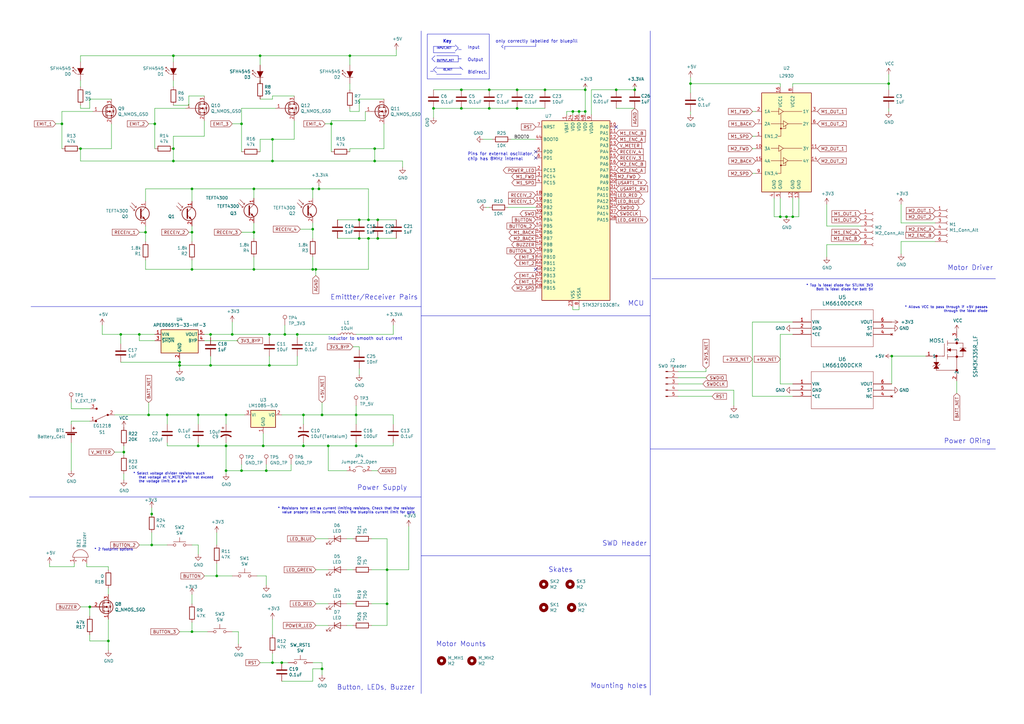
<source format=kicad_sch>
(kicad_sch (version 20231120) (generator "eeschema") (generator_version "8.0")
  (paper "A3")
  (junction (at 71.12 66.04))
  (junction (at 200.66 36.83))
  (junction (at 189.23 44.45))
  (junction (at 128.27 93.98))
  (junction (at 71.12 60.96))
  (junction (at 78.74 95.25))
  (junction (at 128.27 110.49))
  (junction (at 33.02 60.96))
  (junction (at 365.76 146.05))
  (junction (at 130.81 77.47))
  (junction (at 68.58 170.18))
  (junction (at 36.83 248.92))
  (junction (at 154.94 90.17))
  (junction (at 151.13 97.79))
  (junction (at 104.14 95.25))
  (junction (at 158.75 247.65))
  (junction (at 86.36 149.86))
  (junction (at 252.73 36.83))
  (junction (at 104.14 77.47))
  (junction (at 50.8 185.42))
  (junction (at 92.71 182.88))
  (junction (at 49.53 137.16))
  (junction (at 63.5 50.8))
  (junction (at 59.69 95.25))
  (junction (at 109.22 193.04))
  (junction (at 110.49 137.16))
  (junction (at 106.68 22.86))
  (junction (at 240.03 36.83))
  (junction (at 134.62 182.88))
  (junction (at 143.51 22.86))
  (junction (at 325.12 88.9))
  (junction (at 151.13 90.17))
  (junction (at 25.4 50.8))
  (junction (at 78.74 110.49))
  (junction (at 62.23 210.82))
  (junction (at 237.49 45.72))
  (junction (at 153.67 60.96))
  (junction (at 129.54 110.49))
  (junction (at 322.58 88.9))
  (junction (at 115.57 271.78))
  (junction (at 189.23 36.83))
  (junction (at 95.25 137.16))
  (junction (at 57.15 137.16))
  (junction (at 154.94 97.79))
  (junction (at 81.28 182.88))
  (junction (at 86.36 137.16))
  (junction (at 71.12 22.86))
  (junction (at 260.35 36.83))
  (junction (at 78.74 259.08))
  (junction (at 124.46 182.88))
  (junction (at 107.95 182.88))
  (junction (at 283.21 34.29))
  (junction (at 320.04 88.9))
  (junction (at 111.76 66.04))
  (junction (at 147.32 97.79))
  (junction (at 158.75 233.68))
  (junction (at 200.66 44.45))
  (junction (at 135.89 50.8))
  (junction (at 88.9 236.22))
  (junction (at 44.45 262.89))
  (junction (at 78.74 77.47))
  (junction (at 364.49 34.29))
  (junction (at 146.05 170.18))
  (junction (at 111.76 57.15))
  (junction (at 73.66 149.86))
  (junction (at 124.46 170.18))
  (junction (at 73.66 148.59))
  (junction (at 146.05 182.88))
  (junction (at 92.71 170.18))
  (junction (at 177.8 44.45))
  (junction (at 128.27 77.47))
  (junction (at 132.08 170.18))
  (junction (at 116.84 137.16))
  (junction (at 240.03 45.72))
  (junction (at 104.14 110.49))
  (junction (at 60.96 170.18))
  (junction (at 212.09 44.45))
  (junction (at 110.49 149.86))
  (junction (at 153.67 66.04))
  (junction (at 234.95 45.72))
  (junction (at 132.08 274.32))
  (junction (at 212.09 36.83))
  (junction (at 81.28 170.18))
  (junction (at 223.52 36.83))
  (junction (at 62.23 223.52))
  (junction (at 111.76 271.78))
  (junction (at 121.92 137.16))
  (junction (at 92.71 193.04))
  (junction (at 147.32 90.17))
  (junction (at 99.06 193.04))
  (junction (at 99.06 50.8))
  (no_connect (at 252.73 52.07))
  (no_connect (at 219.71 64.77))
  (no_connect (at 219.71 110.49))
  (no_connect (at 219.71 62.23))
  (wire (pts (xy 121.92 146.05) (xy 121.92 149.86)))
  (wire (pts (xy 252.73 36.83) (xy 260.35 36.83)))
  (wire (pts (xy 109.22 190.5) (xy 109.22 193.04)))
  (wire (pts (xy 81.28 173.99) (xy 81.28 170.18)))
  (wire (pts (xy 158.75 247.65) (xy 158.75 256.54)))
  (wire (pts (xy 104.14 77.47) (xy 128.27 77.47)))
  (wire (pts (xy 161.29 181.61) (xy 161.29 182.88)))
  (polyline (pts (xy 266.7 129.54) (xy 172.72 129.54)))
  (wire (pts (xy 109.22 236.22) (xy 109.22 240.03)))
  (polyline (pts (xy 187.96 25.4) (xy 179.07 25.4)))
  (wire (pts (xy 36.83 248.92) (xy 33.02 248.92)))
  (wire (pts (xy 92.71 170.18) (xy 100.33 170.18)))
  (wire (pts (xy 45.72 60.96) (xy 33.02 60.96)))
  (wire (pts (xy 158.75 247.65) (xy 152.4 247.65)))
  (wire (pts (xy 144.78 233.68) (xy 142.24 233.68)))
  (wire (pts (xy 309.88 55.88) (xy 308.61 55.88)))
  (wire (pts (xy 105.41 236.22) (xy 109.22 236.22)))
  (wire (pts (xy 165.1 66.04) (xy 165.1 68.58)))
  (polyline (pts (xy 266.7 12.7) (xy 266.7 285.115)))
  (wire (pts (xy 134.62 182.88) (xy 124.46 182.88)))
  (wire (pts (xy 147.32 97.79) (xy 138.43 97.79)))
  (polyline (pts (xy 207.01 19.05) (xy 219.71 19.05)))
  (wire (pts (xy 83.82 39.37) (xy 77.47 39.37)))
  (wire (pts (xy 83.82 49.53) (xy 83.82 55.88)))
  (polyline (pts (xy 187.96 20.32) (xy 189.23 20.32)))
  (wire (pts (xy 110.49 137.16) (xy 116.84 137.16)))
  (wire (pts (xy 130.81 77.47) (xy 130.81 76.2)))
  (wire (pts (xy 104.14 95.25) (xy 104.14 97.79)))
  (wire (pts (xy 33.02 43.18) (xy 33.02 44.45)))
  (wire (pts (xy 320.04 88.9) (xy 322.58 88.9)))
  (wire (pts (xy 62.23 223.52) (xy 68.58 223.52)))
  (wire (pts (xy 111.76 260.35) (xy 111.76 254)))
  (wire (pts (xy 59.69 77.47) (xy 59.69 82.55)))
  (wire (pts (xy 50.8 185.42) (xy 50.8 186.69)))
  (wire (pts (xy 320.04 157.48) (xy 325.12 157.48)))
  (wire (pts (xy 59.69 77.47) (xy 78.74 77.47)))
  (wire (pts (xy 128.27 77.47) (xy 130.81 77.47)))
  (wire (pts (xy 144.78 220.98) (xy 142.24 220.98)))
  (wire (pts (xy 128.27 105.41) (xy 128.27 110.49)))
  (wire (pts (xy 92.71 182.88) (xy 81.28 182.88)))
  (wire (pts (xy 30.48 231.14) (xy 30.48 232.41)))
  (wire (pts (xy 36.83 167.64) (xy 29.21 167.64)))
  (wire (pts (xy 106.68 22.86) (xy 106.68 26.67)))
  (wire (pts (xy 88.9 231.14) (xy 88.9 236.22)))
  (wire (pts (xy 143.51 26.67) (xy 143.51 22.86)))
  (wire (pts (xy 200.66 85.09) (xy 199.39 85.09)))
  (wire (pts (xy 99.06 44.45) (xy 99.06 50.8)))
  (wire (pts (xy 115.57 271.78) (xy 111.76 271.78)))
  (wire (pts (xy 73.66 149.86) (xy 73.66 151.13)))
  (wire (pts (xy 36.83 44.45) (xy 33.02 44.45)))
  (wire (pts (xy 237.49 127) (xy 234.95 127)))
  (wire (pts (xy 99.06 50.8) (xy 99.06 62.23)))
  (wire (pts (xy 44.45 262.89) (xy 44.45 266.7)))
  (wire (pts (xy 232.41 45.72) (xy 234.95 45.72)))
  (wire (pts (xy 242.57 36.83) (xy 242.57 46.99)))
  (polyline (pts (xy 177.8 19.05) (xy 177.8 21.59)))
  (wire (pts (xy 78.74 243.84) (xy 78.74 247.65)))
  (polyline (pts (xy 172.72 12.7) (xy 172.72 284.48)))
  (wire (pts (xy 147.32 143.51) (xy 147.32 142.24)))
  (wire (pts (xy 134.62 182.88) (xy 134.62 193.04)))
  (wire (pts (xy 147.32 45.72) (xy 143.51 45.72)))
  (wire (pts (xy 278.13 160.02) (xy 300.99 160.02)))
  (wire (pts (xy 86.36 146.05) (xy 86.36 149.86)))
  (wire (pts (xy 29.21 172.72) (xy 29.21 173.99)))
  (wire (pts (xy 88.9 236.22) (xy 95.25 236.22)))
  (wire (pts (xy 95.25 50.8) (xy 99.06 50.8)))
  (wire (pts (xy 223.52 44.45) (xy 212.09 44.45)))
  (wire (pts (xy 111.76 39.37) (xy 120.65 39.37)))
  (wire (pts (xy 111.76 40.64) (xy 111.76 39.37)))
  (wire (pts (xy 309.88 71.12) (xy 308.61 71.12)))
  (wire (pts (xy 83.82 55.88) (xy 71.12 55.88)))
  (wire (pts (xy 81.28 223.52) (xy 81.28 227.33)))
  (wire (pts (xy 146.05 170.18) (xy 161.29 170.18)))
  (wire (pts (xy 167.64 233.68) (xy 167.64 215.9)))
  (wire (pts (xy 49.53 140.97) (xy 49.53 137.16)))
  (polyline (pts (xy 172.72 203.835) (xy 12.065 203.835)))
  (wire (pts (xy 308.61 132.08) (xy 308.61 162.56)))
  (wire (pts (xy 104.14 91.44) (xy 104.14 95.25)))
  (wire (pts (xy 143.51 44.45) (xy 143.51 45.72)))
  (wire (pts (xy 46.99 170.18) (xy 60.96 170.18)))
  (wire (pts (xy 237.49 45.72) (xy 237.49 46.99)))
  (wire (pts (xy 157.48 60.96) (xy 153.67 60.96)))
  (wire (pts (xy 104.14 77.47) (xy 104.14 81.28)))
  (wire (pts (xy 201.93 57.15) (xy 198.12 57.15)))
  (wire (pts (xy 29.21 181.61) (xy 29.21 193.04)))
  (wire (pts (xy 36.83 262.89) (xy 44.45 262.89)))
  (wire (pts (xy 158.75 233.68) (xy 158.75 247.65)))
  (polyline (pts (xy 12.7 125.73) (xy 172.72 125.73)))
  (wire (pts (xy 161.29 170.18) (xy 161.29 173.99)))
  (wire (pts (xy 104.14 105.41) (xy 104.14 110.49)))
  (wire (pts (xy 86.36 149.86) (xy 73.66 149.86)))
  (wire (pts (xy 129.54 220.98) (xy 134.62 220.98)))
  (wire (pts (xy 325.12 34.29) (xy 364.49 34.29)))
  (wire (pts (xy 208.28 85.09) (xy 219.71 85.09)))
  (wire (pts (xy 240.03 36.83) (xy 240.03 45.72)))
  (wire (pts (xy 62.23 208.28) (xy 62.23 210.82)))
  (wire (pts (xy 20.32 232.41) (xy 20.32 231.14)))
  (wire (pts (xy 129.54 256.54) (xy 134.62 256.54)))
  (wire (pts (xy 99.06 44.45) (xy 113.03 44.45)))
  (wire (pts (xy 44.45 243.84) (xy 44.45 241.3)))
  (wire (pts (xy 128.27 91.44) (xy 128.27 93.98)))
  (wire (pts (xy 278.13 154.94) (xy 289.56 154.94)))
  (wire (pts (xy 369.57 99.06) (xy 369.57 104.14)))
  (wire (pts (xy 128.27 279.4) (xy 128.27 274.32)))
  (wire (pts (xy 289.56 151.13) (xy 289.56 152.4)))
  (wire (pts (xy 327.66 88.9) (xy 325.12 88.9)))
  (wire (pts (xy 135.89 50.8) (xy 135.89 62.23)))
  (wire (pts (xy 147.32 40.64) (xy 147.32 45.72)))
  (wire (pts (xy 138.43 90.17) (xy 147.32 90.17)))
  (wire (pts (xy 283.21 46.99) (xy 283.21 45.72)))
  (wire (pts (xy 161.29 137.16) (xy 146.05 137.16)))
  (wire (pts (xy 154.94 97.79) (xy 151.13 97.79)))
  (wire (pts (xy 78.74 223.52) (xy 81.28 223.52)))
  (wire (pts (xy 325.12 34.29) (xy 325.12 35.56)))
  (wire (pts (xy 149.86 45.72) (xy 149.86 49.53)))
  (wire (pts (xy 317.5 81.28) (xy 317.5 88.9)))
  (wire (pts (xy 309.88 60.96) (xy 308.61 60.96)))
  (wire (pts (xy 35.56 232.41) (xy 35.56 231.14)))
  (wire (pts (xy 144.78 256.54) (xy 142.24 256.54)))
  (wire (pts (xy 383.54 91.44) (xy 369.57 91.44)))
  (wire (pts (xy 154.94 193.04) (xy 152.4 193.04)))
  (wire (pts (xy 33.02 60.96) (xy 33.02 66.04)))
  (wire (pts (xy 33.02 33.02) (xy 33.02 35.56)))
  (wire (pts (xy 154.94 90.17) (xy 162.56 90.17)))
  (wire (pts (xy 83.82 139.7) (xy 97.79 139.7)))
  (wire (pts (xy 110.49 146.05) (xy 110.49 149.86)))
  (wire (pts (xy 200.66 44.45) (xy 189.23 44.45)))
  (wire (pts (xy 232.41 46.99) (xy 232.41 45.72)))
  (wire (pts (xy 234.95 45.72) (xy 234.95 46.99)))
  (polyline (pts (xy 267.335 114.3) (xy 408.305 114.3)))
  (wire (pts (xy 78.74 92.71) (xy 78.74 95.25)))
  (polyline (pts (xy 408.305 184.15) (xy 266.7 184.15)))
  (wire (pts (xy 200.66 36.83) (xy 212.09 36.83)))
  (wire (pts (xy 44.45 233.68) (xy 44.45 232.41)))
  (wire (pts (xy 25.4 50.8) (xy 25.4 60.96)))
  (wire (pts (xy 128.27 110.49) (xy 129.54 110.49)))
  (wire (pts (xy 143.51 22.86) (xy 162.56 22.86)))
  (wire (pts (xy 106.68 40.64) (xy 111.76 40.64)))
  (wire (pts (xy 327.66 81.28) (xy 327.66 88.9)))
  (wire (pts (xy 33.02 66.04) (xy 71.12 66.04)))
  (wire (pts (xy 78.74 77.47) (xy 104.14 77.47)))
  (wire (pts (xy 92.71 193.04) (xy 99.06 193.04)))
  (wire (pts (xy 138.43 137.16) (xy 121.92 137.16)))
  (wire (pts (xy 152.4 220.98) (xy 158.75 220.98)))
  (wire (pts (xy 128.27 274.32) (xy 132.08 274.32)))
  (wire (pts (xy 88.9 223.52) (xy 88.9 218.44)))
  (wire (pts (xy 92.71 182.88) (xy 92.71 181.61)))
  (wire (pts (xy 99.06 95.25) (xy 104.14 95.25)))
  (wire (pts (xy 237.49 45.72) (xy 240.03 45.72)))
  (wire (pts (xy 120.65 57.15) (xy 111.76 57.15)))
  (wire (pts (xy 189.23 44.45) (xy 177.8 44.45)))
  (wire (pts (xy 308.61 162.56) (xy 325.12 162.56)))
  (wire (pts (xy 60.96 50.8) (xy 63.5 50.8)))
  (wire (pts (xy 111.76 57.15) (xy 111.76 66.04)))
  (wire (pts (xy 76.2 44.45) (xy 63.5 44.45)))
  (polyline (pts (xy 177.8 19.05) (xy 186.69 19.05)))
  (wire (pts (xy 92.71 173.99) (xy 92.71 170.18)))
  (wire (pts (xy 60.96 170.18) (xy 68.58 170.18)))
  (wire (pts (xy 59.69 95.25) (xy 59.69 99.06)))
  (wire (pts (xy 57.15 139.7) (xy 63.5 139.7)))
  (wire (pts (xy 152.4 233.68) (xy 158.75 233.68)))
  (wire (pts (xy 144.78 247.65) (xy 142.24 247.65)))
  (wire (pts (xy 30.48 232.41) (xy 20.32 232.41)))
  (wire (pts (xy 73.66 148.59) (xy 73.66 149.86)))
  (wire (pts (xy 36.83 40.64) (xy 36.83 44.45)))
  (wire (pts (xy 151.13 97.79) (xy 151.13 110.49)))
  (wire (pts (xy 50.8 185.42) (xy 46.99 185.42)))
  (wire (pts (xy 22.86 50.8) (xy 25.4 50.8)))
  (wire (pts (xy 177.8 44.45) (xy 177.8 48.26)))
  (polyline (pts (xy 177.8 21.59) (xy 186.69 21.59)))
  (wire (pts (xy 71.12 66.04) (xy 111.76 66.04)))
  (wire (pts (xy 118.11 271.78) (xy 115.57 271.78)))
  (wire (pts (xy 147.32 90.17) (xy 151.13 90.17)))
  (wire (pts (xy 59.69 106.68) (xy 59.69 110.49)))
  (polyline (pts (xy 189.23 27.94) (xy 179.07 27.94)))
  (wire (pts (xy 189.23 36.83) (xy 200.66 36.83)))
  (wire (pts (xy 153.67 66.04) (xy 165.1 66.04)))
  (wire (pts (xy 325.12 88.9) (xy 322.58 88.9)))
  (wire (pts (xy 278.13 152.4) (xy 289.56 152.4)))
  (wire (pts (xy 364.49 36.83) (xy 364.49 34.29)))
  (wire (pts (xy 71.12 55.88) (xy 71.12 60.96)))
  (wire (pts (xy 83.82 137.16) (xy 86.36 137.16)))
  (wire (pts (xy 177.8 36.83) (xy 189.23 36.83)))
  (wire (pts (xy 132.08 274.32) (xy 132.08 271.78)))
  (wire (pts (xy 86.36 149.86) (xy 110.49 149.86)))
  (wire (pts (xy 234.95 45.72) (xy 237.49 45.72)))
  (wire (pts (xy 147.32 151.13) (xy 147.32 153.67)))
  (wire (pts (xy 129.54 247.65) (xy 134.62 247.65)))
  (wire (pts (xy 50.8 182.88) (xy 50.8 185.42)))
  (wire (pts (xy 81.28 182.88) (xy 81.28 181.61)))
  (wire (pts (xy 110.49 149.86) (xy 121.92 149.86)))
  (wire (pts (xy 116.84 133.35) (xy 116.84 137.16)))
  (wire (pts (xy 78.74 77.47) (xy 78.74 82.55)))
  (wire (pts (xy 116.84 137.16) (xy 121.92 137.16)))
  (wire (pts (xy 152.4 256.54) (xy 158.75 256.54)))
  (wire (pts (xy 81.28 170.18) (xy 92.71 170.18)))
  (wire (pts (xy 106.68 34.29) (xy 106.68 33.02)))
  (wire (pts (xy 260.35 35.56) (xy 260.35 36.83)))
  (wire (pts (xy 86.36 137.16) (xy 95.25 137.16)))
  (wire (pts (xy 365.76 146.05) (xy 379.73 146.05)))
  (wire (pts (xy 146.05 170.18) (xy 146.05 166.37)))
  (wire (pts (xy 157.48 40.64) (xy 147.32 40.64)))
  (wire (pts (xy 33.02 22.86) (xy 33.02 25.4)))
  (wire (pts (xy 325.12 81.28) (xy 325.12 88.9)))
  (wire (pts (xy 369.57 99.06) (xy 383.54 99.06)))
  (wire (pts (xy 109.22 193.04) (xy 119.38 193.04)))
  (wire (pts (xy 36.83 260.35) (xy 36.83 262.89)))
  (wire (pts (xy 128.27 271.78) (xy 132.08 271.78)))
  (wire (pts (xy 146.05 182.88) (xy 134.62 182.88)))
  (wire (pts (xy 92.71 182.88) (xy 107.95 182.88)))
  (wire (pts (xy 364.49 34.29) (xy 364.49 30.48)))
  (wire (pts (xy 134.62 193.04) (xy 142.24 193.04)))
  (polyline (pts (xy 219.71 17.78) (xy 219.71 19.05)))
  (wire (pts (xy 95.25 137.16) (xy 110.49 137.16)))
  (wire (pts (xy 308.61 45.72) (xy 309.88 45.72)))
  (wire (pts (xy 130.81 77.47) (xy 151.13 77.47)))
  (wire (pts (xy 392.43 161.29) (xy 392.43 156.21)))
  (wire (pts (xy 146.05 181.61) (xy 146.05 182.88)))
  (wire (pts (xy 68.58 173.99) (xy 68.58 170.18)))
  (polyline (pts (xy 207.01 19.05) (xy 207.01 20.32)))
  (wire (pts (xy 36.83 172.72) (xy 29.21 172.72)))
  (wire (pts (xy 252.73 44.45) (xy 260.35 44.45)))
  (wire (pts (xy 44.45 232.41) (xy 35.56 232.41)))
  (wire (pts (xy 25.4 45.72) (xy 38.1 45.72)))
  (wire (pts (xy 71.12 33.02) (xy 71.12 35.56)))
  (wire (pts (xy 132.08 170.18) (xy 132.08 165.1)))
  (wire (pts (xy 88.9 236.22) (xy 83.82 236.22)))
  (wire (pts (xy 353.06 92.71) (xy 339.09 92.71)))
  (wire (pts (xy 45.72 40.64) (xy 36.83 40.64)))
  (wire (pts (xy 120.65 49.53) (xy 120.65 57.15)))
  (wire (pts (xy 132.08 276.86) (xy 132.08 274.32)))
  (wire (pts (xy 161.29 133.35) (xy 161.29 137.16)))
  (wire (pts (xy 77.47 39.37) (xy 77.47 43.18)))
  (wire (pts (xy 78.74 95.25) (xy 78.74 99.06)))
  (wire (pts (xy 62.23 223.52) (xy 57.15 223.52)))
  (wire (pts (xy 212.09 36.83) (xy 223.52 36.83)))
  (wire (pts (xy 234.95 127) (xy 234.95 125.73)))
  (wire (pts (xy 119.38 193.04) (xy 119.38 190.5)))
  (wire (pts (xy 161.29 182.88) (xy 146.05 182.88)))
  (wire (pts (xy 99.06 190.5) (xy 99.06 193.04)))
  (wire (pts (xy 242.57 36.83) (xy 252.73 36.83)))
  (wire (pts (xy 115.57 279.4) (xy 128.27 279.4)))
  (wire (pts (xy 369.57 91.44) (xy 369.57 83.82)))
  (wire (pts (xy 162.56 22.86) (xy 162.56 20.32)))
  (wire (pts (xy 151.13 90.17) (xy 154.94 90.17)))
  (polyline (pts (xy 189.23 30.48) (xy 179.07 30.48)))
  (wire (pts (xy 162.56 97.79) (xy 154.94 97.79)))
  (wire (pts (xy 57.15 137.16) (xy 49.53 137.16)))
  (wire (pts (xy 73.66 147.32) (xy 73.66 148.59)))
  (wire (pts (xy 124.46 170.18) (xy 124.46 173.99)))
  (wire (pts (xy 45.72 50.8) (xy 45.72 60.96)))
  (wire (pts (xy 128.27 93.98) (xy 128.27 97.79)))
  (wire (pts (xy 339.09 100.33) (xy 339.09 105.41)))
  (wire (pts (xy 111.76 271.78) (xy 106.68 271.78)))
  (wire (pts (xy 78.74 259.08) (xy 85.09 259.08)))
  (wire (pts (xy 49.53 148.59) (xy 73.66 148.59)))
  (wire (pts (xy 68.58 181.61) (xy 68.58 182.88)))
  (wire (pts (xy 99.06 193.04) (xy 109.22 193.04)))
  (wire (pts (xy 320.04 137.16) (xy 325.12 137.16)))
  (wire (pts (xy 157.48 50.8) (xy 157.48 60.96)))
  (wire (pts (xy 111.76 57.15) (xy 106.68 57.15)))
  (wire (pts (xy 44.45 254) (xy 44.45 262.89)))
  (wire (pts (xy 151.13 110.49) (xy 129.54 110.49)))
  (wire (pts (xy 95.25 259.08) (xy 97.79 259.08)))
  (wire (pts (xy 143.51 34.29) (xy 143.51 36.83)))
  (wire (pts (xy 317.5 88.9) (xy 320.04 88.9)))
  (wire (pts (xy 124.46 182.88) (xy 107.95 182.88)))
  (wire (pts (xy 153.67 60.96) (xy 153.67 66.04)))
  (polyline (pts (xy 187.96 24.13) (xy 189.23 24.13)))
  (wire (pts (xy 57.15 137.16) (xy 57.15 139.7)))
  (wire (pts (xy 78.74 106.68) (xy 78.74 110.49)))
  (wire (pts (xy 107.95 182.88) (xy 107.95 177.8)))
  (wire (pts (xy 59.69 110.49) (xy 78.74 110.49)))
  (polyline (pts (xy 187.96 25.4) (xy 187.96 22.86)))
  (wire (pts (xy 25.4 45.72) (xy 25.4 50.8)))
  (wire (pts (xy 308.61 132.08) (xy 325.12 132.08)))
  (wire (pts (xy 104.14 110.49) (xy 128.27 110.49)))
  (wire (pts (xy 223.52 36.83) (xy 240.03 36.83)))
  (wire (pts (xy 111.76 66.04) (xy 153.67 66.04)))
  (wire (pts (xy 97.79 259.08) (xy 97.79 264.16)))
  (wire (pts (xy 283.21 34.29) (xy 283.21 31.75)))
  (wire (pts (xy 41.91 137.16) (xy 41.91 133.35)))
  (wire (pts (xy 146.05 170.18) (xy 146.05 173.99)))
  (wire (pts (xy 283.21 34.29) (xy 320.04 34.29)))
  (wire (pts (xy 63.5 50.8) (xy 63.5 60.96)))
  (wire (pts (xy 71.12 22.86) (xy 106.68 22.86)))
  (wire (pts (xy 95.25 137.16) (xy 95.25 132.08)))
  (wire (pts (xy 106.68 57.15) (xy 106.68 62.23)))
  (polyline (pts (xy 187.96 22.86) (xy 179.07 22.86)))
  (wire (pts (xy 29.21 167.64) (xy 29.21 165.1)))
  (wire (pts (xy 320.04 35.56) (xy 320.04 34.29)))
  (wire (pts (xy 339.09 92.71) (xy 339.09 83.82)))
  (wire (pts (xy 78.74 259.08) (xy 73.66 259.08)))
  (wire (pts (xy 212.09 44.45) (xy 200.66 44.45)))
  (wire (pts (xy 158.75 233.68) (xy 167.64 233.68)))
  (wire (pts (xy 60.96 165.1) (xy 60.96 170.18)))
  (wire (pts (xy 111.76 267.97) (xy 111.76 271.78)))
  (wire (pts (xy 364.49 45.72) (xy 364.49 44.45)))
  (wire (pts (xy 36.83 252.73) (xy 36.83 248.92)))
  (wire (pts (xy 62.23 210.82) (xy 62.23 212.09)))
  (wire (pts (xy 151.13 97.79) (xy 147.32 97.79)))
  (wire (pts (xy 278.13 157.48) (xy 288.29 157.48)))
  (wire (pts (xy 143.51 60.96) (xy 143.51 62.23)))
  (wire (pts (xy 129.54 233.68) (xy 134.62 233.68)))
  (wire (pts (xy 240.03 35.56) (xy 240.03 36.83)))
  (wire (pts (xy 133.35 50.8) (xy 135.89 50.8)))
  (wire (pts (xy 68.58 170.18) (xy 81.28 170.18)))
  (wire (pts (xy 81.28 182.88) (xy 68.58 182.88)))
  (wire (pts (xy 124.46 170.18) (xy 132.08 170.18)))
  (wire (pts (xy 63.5 44.45) (xy 63.5 50.8)))
  (wire (pts (xy 339.09 100.33) (xy 353.06 100.33)))
  (wire (pts (xy 237.49 127) (xy 237.49 125.73)))
  (wire (pts (xy 151.13 77.47) (xy 151.13 90.17)))
  (wire (pts (xy 71.12 22.86) (xy 33.02 22.86)))
  (wire (pts (xy 78.74 110.49) (xy 104.14 110.49)))
  (wire (pts (xy 71.12 22.86) (xy 71.12 25.4)))
  (wire (pts (xy 121.92 138.43) (xy 121.92 137.16)))
  (wire (pts (xy 71.12 60.96) (xy 71.12 66.04)))
  (wire (pts (xy 124.46 181.61) (xy 124.46 182.88)))
  (wire (pts (xy 365.76 146.05) (xy 365.76 157.48)))
  (wire (pts (xy 50.8 194.31) (xy 50.8 196.85)))
  (wire (pts (xy 78.74 255.27) (xy 78.74 259.08)))
  (wire (pts (xy 77.47 95.25) (xy 78.74 95.25)))
  (wire (pts (xy 135.89 49.53) (xy 135.89 50.8)))
  (wire (pts (xy 278.13 162.56) (xy 292.1 162.56)))
  (wire (pts (xy 115.57 170.18) (xy 124.46 170.18)))
  (wire (pts (xy 106.68 22.86) (xy 143.51 22.86)))
  (wire (pts (xy 63.5 137.16) (xy 57.15 137.16)))
  (wire (pts (xy 49.53 137.16) (xy 41.91 137.16)))
  (wire (pts (xy 92.71 182.88) (xy 92.71 193.04)))
  (wire (pts (xy 158.75 220.98) (xy 158.75 233.68)))
  (wire (pts (xy 283.21 38.1) (xy 283.21 34.29)))
  (polyline (pts (xy 176.53 29.21) (xy 177.8 29.21)))
  (wire (pts (xy 110.49 138.43) (xy 110.49 137.16)))
  (wire (pts (xy 86.36 138.43) (xy 86.36 137.16)))
  (wire (pts (xy 123.19 93.98) (xy 128.27 93.98)))
  (wire (pts (xy 320.04 81.28) (xy 320.04 88.9)))
  (wire (pts (xy 153.67 60.96) (xy 143.51 60.96)))
  (wire (pts (xy 320.04 137.16) (xy 320.04 157.48)))
  (wire (pts (xy 62.23 218.44) (xy 62.23 223.52)))
  (wire (pts (xy 128.27 77.47) (xy 128.27 81.28)))
  (wire (pts (xy 129.54 110.49) (xy 129.54 113.03)))
  (wire (pts (xy 59.69 92.71) (xy 59.69 95.25)))
  (wire (pts (xy 209.55 57.15) (xy 219.71 57.15)))
  (wire (pts (xy 77.47 43.18) (xy 71.12 43.18)))
  (wire (pts (xy 240.03 45.72) (xy 240.03 46.99)))
  (polyline (pts (xy 266.7 227.965) (xy 172.72 227.965)))
  (wire (pts (xy 92.71 193.04) (xy 92.71 194.31)))
  (wire (pts (xy 132.08 170.18) (xy 146.05 170.18)))
  (wire (pts (xy 300.99 160.02) (xy 300.99 166.37)))
  (wire (pts (xy 57.15 95.25) (xy 59.69 95.25)))
  (wire (pts (xy 149.86 49.53) (xy 135.89 49.53)))
  (wire (pts (xy 147.32 142.24) (xy 144.78 142.24)))
  (arc (start 188.56 27.345) (mid 189.2055 27.9695) (end 189.83 28.615))
  (arc (start 177.165 24.13) (mid 177.7837 23.4787) (end 178.435 22.86))
  (arc (start 186.69 18.415) (mid 187.3356 19.0394) (end 187.96 19.685))
  (arc (start 206.375 18.415) (mid 206.0642 18.7392) (end 205.74 19.05))
  (arc (start 178.435 25.4) (mid 177.7806 24.7844) (end 177.165 24.13))
  (arc (start 177.8 28.575) (mid 178.4187 27.9237) (end 179.07 27.305))
  (arc (start 206.375 19.685) (mid 206.0519 19.3731) (end 205.74 19.05))
  (rectangle (start 175.26 13.97) (end 200.66 32.385))
  (arc (start 179.07 29.845) (mid 178.4156 29.2294) (end 177.8 28.575))
  (arc (start 187.96 19.685) (mid 187.3375 20.3325) (end 186.69 20.955))
  (text "Pins for external oscillator,\nchip has 8MHz internal" (at 191.77 66.04 0) (effects (font (size 1.27 1.27)) (justify left bottom)))
  (text "Mounting holes" (at 265.43 282.575 0) (effects (font (size 2.0066 2.0066)) (justify right bottom)))
  (text "Output\n" (at 191.77 25.4 0) (effects (font (size 1.27 1.27)) (justify left bottom)))
  (text "IO_NET" (at 181.61 29.21 0) (effects (font (size 0.762 0.762)) (justify left bottom)))
  (text "Power ORing\n\n" (at 406.4 185.42 0) (effects (font (size 2.0066 2.0066)) (justify right bottom)))
  (text "Input" (at 191.77 20.32 0) (effects (font (size 1.27 1.27)) (justify left bottom)))
  (text "inductor to smooth out current" (at 134.62 139.7 0) (effects (font (size 1.27 1.27)) (justify left bottom)))
  (text "* 2 footprint options" (at 54.61 226.06 0) (effects (font (size 0.9906 0.9906)) (justify right bottom)))
  (text "* Top is ideal diode for STLINK 3V3\nBott is ideal diode for batt 5V" (at 358.14 119.38 0) (effects (font (size 0.9906 0.9906)) (justify right bottom)))
  (text "Motor Driver" (at 388.62 111.125 0) (effects (font (size 2.0066 2.0066)) (justify left bottom)))
  (text "* Allows VCC to pass through if +5V passes\nthrough the ideal diode" (at 405.13 128.27 0) (effects (font (size 0.9906 0.9906)) (justify right bottom)))
  (text "Emittter/Receiver Pairs" (at 171.45 123.19 0) (effects (font (size 2.0066 2.0066)) (justify right bottom)))
  (text "* Resistors here act as current limiting resistors. Check that the resistor\n  value properly limits current. Check the bluepills current limit for gpio" (at 170.18 210.82 0) (effects (font (size 0.9906 0.9906)) (justify right bottom)))
  (text "Bidirect." (at 191.77 30.48 0) (effects (font (size 1.27 1.27)) (justify left bottom)))
  (text "MCU" (at 264.16 125.73 0) (effects (font (size 2.0066 2.0066)) (justify right bottom)))
  (text "OUTPUT_NET" (at 179.07 25.4 0) (effects (font (size 0.762 0.762)) (justify left bottom)))
  (text "SWD Header" (at 247.015 224.155 0) (effects (font (size 2.0066 2.0066)) (justify left bottom)))
  (text "only correctly labelled for bluepill" (at 203.2 17.78 0) (effects (font (size 1.27 1.27)) (justify left bottom)))
  (text "* Select voltage divider resistors such\n   that voltage at V_METER will not exceed\n   the voltage limit on a pin" (at 54.61 198.12 0) (effects (font (size 0.9906 0.9906)) (justify left bottom)))
  (text "Motor Mounts" (at 199.39 265.43 0) (effects (font (size 2.0066 2.0066)) (justify right bottom)))
  (text "Button, LEDs, Buzzer" (at 170.18 283.21 0) (effects (font (size 2.0066 2.0066)) (justify right bottom)))
  (text "Skates" (at 234.95 234.95 0) (effects (font (size 2.0066 2.0066)) (justify right bottom)))
  (text "Power Supply" (at 167.005 201.295 0) (effects (font (size 2.0066 2.0066)) (justify right bottom)))
  (text "Key" (at 181.61 17.78 0) (effects (font (size 1.27 1.27) (thickness 0.254) (bold yes)) (justify left bottom)))
  (text "INPUT_NET" (at 179.07 20.32 0) (effects (font (size 0.762 0.762)) (justify left bottom)))
  (label "BOOT0" (at 210.82 57.15 0))
  (global_label "+5V_NET" (shape input) (at 132.08 165.1 90) (property "Intersheetrefs" "${INTERSHEET_REFS}" (effects (hide yes))))
  (global_label "3V3_BYP" (shape input) (at 97.155 139.7 0) (property "Intersheetrefs" "${INTERSHEET_REFS}" (effects (hide yes))))
  (global_label "RECEIV_2" (shape input) (at 77.47 95.25 180) (property "Intersheetrefs" "${INTERSHEET_REFS}" (effects (hide yes))))
  (global_label "+3V3_NET" (shape input) (at 308.61 147.32 180) (property "Intersheetrefs" "${INTERSHEET_REFS}" (effects (hide yes))))
  (global_label "M2_ENC_A" (shape input) (at 252.73 69.85 0) (property "Intersheetrefs" "${INTERSHEET_REFS}" (effects (hide yes))))
  (global_label "M1_ENC_A" (shape input) (at 252.73 57.15 0) (property "Intersheetrefs" "${INTERSHEET_REFS}" (effects (hide yes))))
  (global_label "M1_BACK" (shape output) (at 219.71 95.25 180) (property "Intersheetrefs" "${INTERSHEET_REFS}" (effects (hide yes))))
  (global_label "AGND" (shape input) (at 129.54 113.03 270) (property "Intersheetrefs" "${INTERSHEET_REFS}" (effects (hide yes))))
  (global_label "M2_OUT_1" (shape input) (at 335.28 60.96 0) (property "Intersheetrefs" "${INTERSHEET_REFS}" (effects (hide yes))))
  (global_label "EMIT_3" (shape input) (at 95.25 50.8 180) (property "Intersheetrefs" "${INTERSHEET_REFS}" (effects (hide yes))))
  (global_label "M1_ENC_B" (shape input) (at 353.06 97.79 180) (property "Intersheetrefs" "${INTERSHEET_REFS}" (effects (hide yes))))
  (global_label "RECEIV_3" (shape input) (at 252.73 64.77 0) (property "Intersheetrefs" "${INTERSHEET_REFS}" (effects (hide yes))))
  (global_label "SWDCLK" (shape input) (at 252.73 87.63 0) (property "Intersheetrefs" "${INTERSHEET_REFS}" (effects (hide yes))))
  (global_label "USART1_TX" (shape output) (at 252.73 74.93 0) (property "Intersheetrefs" "${INTERSHEET_REFS}" (effects (hide yes))))
  (global_label "BUZZER" (shape output) (at 219.71 100.33 180) (property "Intersheetrefs" "${INTERSHEET_REFS}" (effects (hide yes))))
  (global_label "RECEIV_4" (shape input) (at 252.73 62.23 0) (property "Intersheetrefs" "${INTERSHEET_REFS}" (effects (hide yes))))
  (global_label "M1_OUT_1" (shape input) (at 335.28 45.72 0) (property "Intersheetrefs" "${INTERSHEET_REFS}" (effects (hide yes))))
  (global_label "M2_BACK" (shape input) (at 309.88 66.04 180) (property "Intersheetrefs" "${INTERSHEET_REFS}" (effects (hide yes))))
  (global_label "M2_SPD" (shape input) (at 308.61 71.12 180) (property "Intersheetrefs" "${INTERSHEET_REFS}" (effects (hide yes))))
  (global_label "EMIT_1" (shape input) (at 22.86 50.8 180) (property "Intersheetrefs" "${INTERSHEET_REFS}" (effects (hide yes))))
  (global_label "SWDCLK" (shape input) (at 288.29 157.48 0) (property "Intersheetrefs" "${INTERSHEET_REFS}" (effects (hide yes))))
  (global_label "BATT_NET" (shape input) (at 60.96 165.1 90) (property "Intersheetrefs" "${INTERSHEET_REFS}" (effects (hide yes))))
  (global_label "M1_BACK" (shape input) (at 309.88 50.8 180) (property "Intersheetrefs" "${INTERSHEET_REFS}" (effects (hide yes))))
  (global_label "M2_ENC_A" (shape input) (at 383.54 93.98 180) (property "Intersheetrefs" "${INTERSHEET_REFS}" (effects (hide yes))))
  (global_label "BUTTON_3" (shape input) (at 73.66 259.08 180) (property "Intersheetrefs" "${INTERSHEET_REFS}" (effects (hide yes))))
  (global_label "RECEIV_4" (shape input) (at 123.19 93.98 180) (property "Intersheetrefs" "${INTERSHEET_REFS}" (effects (hide yes))))
  (global_label "M1_ENC_B" (shape input) (at 252.73 54.61 0) (property "Intersheetrefs" "${INTERSHEET_REFS}" (effects (hide yes))))
  (global_label "+5V_NET" (shape input) (at 320.04 147.32 180) (property "Intersheetrefs" "${INTERSHEET_REFS}" (effects (hide yes))))
  (global_label "M1_OUT_2" (shape input) (at 353.06 90.17 180) (property "Intersheetrefs" "${INTERSHEET_REFS}" (effects (hide yes))))
  (global_label "M2_ENC_B" (shape input) (at 383.54 96.52 180) (property "Intersheetrefs" "${INTERSHEET_REFS}" (effects (hide yes))))
  (global_label "M1_OUT_1" (shape input) (at 353.06 87.63 180) (property "Intersheetrefs" "${INTERSHEET_REFS}" (effects (hide yes))))
  (global_label "RST" (shape input) (at 292.1 162.56 0) (property "Intersheetrefs" "${INTERSHEET_REFS}" (effects (hide yes))))
  (global_label "M1_FWD" (shape output) (at 219.71 72.39 180) (property "Intersheetrefs" "${INTERSHEET_REFS}" (effects (hide yes))))
  (global_label "RECEIV_2" (shape input) (at 219.71 80.01 180) (property "Intersheetrefs" "${INTERSHEET_REFS}" (effects (hide yes))))
  (global_label "RST" (shape input) (at 219.71 52.07 180) (property "Intersheetrefs" "${INTERSHEET_REFS}" (effects (hide yes))))
  (global_label "+3V3_NET" (shape input) (at 289.56 151.13 90) (property "Intersheetrefs" "${INTERSHEET_REFS}" (effects (hide yes))))
  (global_label "M2_OUT_1" (shape input) (at 383.54 86.36 180) (property "Intersheetrefs" "${INTERSHEET_REFS}" (effects (hide yes))))
  (global_label "BUTTON_2" (shape input) (at 219.71 92.71 180) (property "Intersheetrefs" "${INTERSHEET_REFS}" (effects (hide yes))))
  (global_label "M2_OUT_2" (shape input) (at 335.28 66.04 0) (property "Intersheetrefs" "${INTERSHEET_REFS}" (effects (hide yes))))
  (global_label "POWER_LED" (shape output) (at 219.71 69.85 180) (property "Intersheetrefs" "${INTERSHEET_REFS}" (effects (hide yes))))
  (global_label "LED_GREEN" (shape input) (at 129.54 233.68 180) (property "Intersheetrefs" "${INTERSHEET_REFS}" (effects (hide yes))))
  (global_label "SWO" (shape output) (at 219.71 87.63 180) (property "Intersheetrefs" "${INTERSHEET_REFS}" (effects (hide yes))))
  (global_label "M1_SPD" (shape output) (at 219.71 74.93 180) (property "Intersheetrefs" "${INTERSHEET_REFS}" (effects (hide yes))))
  (global_label "LED_RED" (shape output) (at 252.73 80.01 0) (property "Intersheetrefs" "${INTERSHEET_REFS}" (effects (hide yes))))
  (global_label "BUZZER" (shape input) (at 33.02 248.92 180) (property "Intersheetrefs" "${INTERSHEET_REFS}" (effects (hide yes))))
  (global_label "LED_GREEN" (shape output) (at 252.73 90.17 0) (property "Intersheetrefs" "${INTERSHEET_REFS}" (effects (hide yes))))
  (global_label "EMIT_4" (shape input) (at 133.35 50.8 180) (property "Intersheetrefs" "${INTERSHEET_REFS}" (effects (hide yes))))
  (global_label "EMIT_2" (shape input) (at 60.96 50.8 180) (property "Intersheetrefs" "${INTERSHEET_REFS}" (effects (hide yes))))
  (global_label "EMIT_3" (shape output) (at 219.71 105.41 180) (property "Intersheetrefs" "${INTERSHEET_REFS}" (effects (hide yes))))
  (global_label "USART1_RX" (shape input) (at 252.73 77.47 0) (property "Intersheetrefs" "${INTERSHEET_REFS}" (effects (hide yes))))
  (global_label "BUTTON" (shape input) (at 219.71 90.17 180) (property "Intersheetrefs" "${INTERSHEET_REFS}" (effects (hide yes))))
  (global_label "EMIT_2" (shape output) (at 219.71 107.95 180) (property "Intersheetrefs" "${INTERSHEET_REFS}" (effects (hide yes))))
  (global_label "M2_BACK" (shape output) (at 219.71 97.79 180) (property "Intersheetrefs" "${INTERSHEET_REFS}" (effects (hide yes))))
  (global_label "POWER_LED" (shape input) (at 129.54 256.54 180) (property "Intersheetrefs" "${INTERSHEET_REFS}" (effects (hide yes))))
  (global_label "M1_OUT_2" (shape input) (at 335.28 50.8 0) (property "Intersheetrefs" "${INTERSHEET_REFS}" (effects (hide yes))))
  (global_label "LED_BLUE" (shape output) (at 252.73 82.55 0) (property "Intersheetrefs" "${INTERSHEET_REFS}" (effects (hide yes))))
  (global_label "M2_ENC_B" (shape input) (at 252.73 67.31 0) (property "Intersheetrefs" "${INTERSHEET_REFS}" (effects (hide yes))))
  (global_label "M1_ENC_A" (shape input) (at 353.06 95.25 180) (property "Intersheetrefs" "${INTERSHEET_REFS}" (effects (hide yes))))
  (global_label "RECEIV_1" (shape input) (at 219.71 82.55 180) (property "Intersheetrefs" "${INTERSHEET_REFS}" (effects (hide yes))))
  (global_label "BUTTON" (shape input) (at 83.82 236.22 180) (property "Intersheetrefs" "${INTERSHEET_REFS}" (effects (hide yes))))
  (global_label "SWDIO" (shape bidirectional) (at 252.73 85.09 0) (property "Intersheetrefs" "${INTERSHEET_REFS}" (effects (hide yes))))
  (global_label "EMIT_4" (shape output) (at 219.71 113.03 180) (property "Intersheetrefs" "${INTERSHEET_REFS}" (effects (hide yes))))
  (global_label "LED_BLUE" (shape input) (at 129.54 220.98 180) (property "Intersheetrefs" "${INTERSHEET_REFS}" (effects (hide yes))))
  (global_label "EMIT_1" (shape output) (at 219.71 115.57 180) (property "Intersheetrefs" "${INTERSHEET_REFS}" (effects (hide yes))))
  (global_label "M2_FWD" (shape output) (at 252.73 72.39 0) (property "Intersheetrefs" "${INTERSHEET_REFS}" (effects (hide yes))))
  (global_label "M1_FWD" (shape input) (at 308.61 45.72 180) (property "Intersheetrefs" "${INTERSHEET_REFS}" (effects (hide yes))))
  (global_label "V_METER" (shape input) (at 46.99 185.42 180) (property "Intersheetrefs" "${INTERSHEET_REFS}" (effects (hide yes))))
  (global_label "M2_FWD" (shape input) (at 308.61 60.96 180) (property "Intersheetrefs" "${INTERSHEET_REFS}" (effects (hide yes))))
  (global_label "BUTTON_2" (shape input) (at 57.15 223.52 180) (property "Intersheetrefs" "${INTERSHEET_REFS}" (effects (hide yes))))
  (global_label "M2_OUT_2" (shape input) (at 383.54 88.9 180) (property "Intersheetrefs" "${INTERSHEET_REFS}" (effects (hide yes))))
  (global_label "LED_RED" (shape input) (at 129.54 247.65 180) (property "Intersheetrefs" "${INTERSHEET_REFS}" (effects (hide yes))))
  (global_label "BUTTON_3" (shape input) (at 219.71 102.87 180) (property "Intersheetrefs" "${INTERSHEET_REFS}" (effects (hide yes))))
  (global_label "BATT_NET" (shape input) (at 392.43 161.29 270) (property "Intersheetrefs" "${INTERSHEET_REFS}" (effects (hide yes))))
  (global_label "RST" (shape input) (at 106.68 271.78 180) (property "Intersheetrefs" "${INTERSHEET_REFS}" (effects (hide yes))))
  (global_label "V_METER" (shape input) (at 252.73 59.69 0) (property "Intersheetrefs" "${INTERSHEET_REFS}" (effects (hide yes))))
  (global_label "RECEIV_3" (shape input) (at 99.06 95.25 180) (property "Intersheetrefs" "${INTERSHEET_REFS}" (effects (hide yes))))
  (global_label "M2_SPD" (shape output) (at 219.71 118.11 180) (property "Intersheetrefs" "${INTERSHEET_REFS}" (effects (hide yes))))
  (global_label "3V3_BYP" (shape input) (at 144.78 142.24 180) (property "Intersheetrefs" "${INTERSHEET_REFS}" (effects (hide yes))))
  (global_label "AGND" (shape input) (at 154.94 193.04 0) (property "Intersheetrefs" "${INTERSHEET_REFS}" (effects (hide yes))))
  (global_label "M1_SPD" (shape input) (at 308.61 55.88 180) (property "Intersheetrefs" "${INTERSHEET_REFS}" (effects (hide yes))))
  (global_label "RECEIV_1" (shape input) (at 57.15 95.25 180) (property "Intersheetrefs" "${INTERSHEET_REFS}" (effects (hide yes))))
  (global_label "AGND" (shape input) (at 260.35 44.45 270) (property "Intersheetrefs" "${INTERSHEET_REFS}" (effects (hide yes))))
  (global_label "SWDIO" (shape input) (at 289.56 154.94 0) (property "Intersheetrefs" "${INTERSHEET_REFS}" (effects (hide yes))))
  (symbol (lib_id "bloo-rescue:R-Device-mouse_v2-rescue") (at 106.68 36.83 0) (unit 1)
    (property "Reference" "R8" (at 108.458 35.6616 0) (effects (justify left)))
    (property "Value" "35" (at 108.458 37.973 0) (effects (justify left)))
    (property "Footprint" "Resistor_SMD:R_1206_3216Metric_Pad1.30x1.75mm_HandSolder" (effects (hide yes)))
  )
  (symbol (lib_id "bloo-rescue:IRL81A-LED-mouse_v2-rescue") (at 106.68 29.21 90) (unit 1)
    (property "Reference" "D3" (at 102.8192 31.6484 90) (effects (justify left)))
    (property "Value" "SFH4545" (at 102.8192 29.337 90) (effects (justify left)))
    (property "Footprint" "MM_Library:Emitter" (effects (hide yes)))
    (property "Datasheet" "http://www.osram-os.com/Graphics/XPic0/00203825_0.pdf" (effects (hide yes)))
  )
  (symbol (lib_id "bloo-rescue:Q_Photo_NPN-Device-mouse_v2-rescue") (at 57.15 87.63 0) (unit 1)
    (property "Reference" "Q0" (at 52.6542 88.7984 0) (effects (justify right)))
    (property "Value" "TEFT4300" (at 52.6542 86.487 0) (effects (justify right)))
    (property "Footprint" "MM_Library:Emitter" (effects (hide yes)))
  )
  (symbol (lib_id "bloo-rescue:Q_Photo_NPN-Device-mouse_v2-rescue") (at 76.2 87.63 0) (unit 1)
    (property "Reference" "Q1" (at 71.7042 88.7984 0) (effects (justify right)))
    (property "Value" "TEFT4300" (at 93.599 81.153 0) (effects (justify right)))
    (property "Footprint" "MM_Library:Emitter" (effects (hide yes)))
  )
  (symbol (lib_id "bloo-rescue:Q_Photo_NPN-Device-mouse_v2-rescue") (at 125.73 86.36 0) (unit 1)
    (property "Reference" "Q2" (at 121.2342 87.5284 0) (effects (justify right)))
    (property "Value" "TEFT4300" (at 121.2342 85.217 0) (effects (justify right)))
    (property "Footprint" "MM_Library:Emitter" (effects (hide yes)))
  )
  (symbol (lib_id "bloo-rescue:Q_Photo_NPN-Device-mouse_v2-rescue") (at 101.6 86.36 0) (unit 1)
    (property "Reference" "Q3" (at 97.1042 87.5284 0) (effects (justify right)))
    (property "Value" "TEFT4300" (at 98.171 84.582 0) (effects (justify right)))
    (property "Footprint" "MM_Library:Emitter" (effects (hide yes)))
  )
  (symbol (lib_id "bloo-rescue:R-Device-mouse_v2-rescue") (at 59.69 102.87 180) (unit 1)
    (property "Reference" "R1" (at 57.912 104.0384 0) (effects (justify left)))
    (property "Value" "1.8k" (at 57.912 101.727 0) (effects (justify left)))
    (property "Footprint" "Resistor_SMD:R_1206_3216Metric_Pad1.30x1.75mm_HandSolder" (effects (hide yes)))
  )
  (symbol (lib_id "bloo-rescue:R-Device-mouse_v2-rescue") (at 78.74 102.87 180) (unit 1)
    (property "Reference" "R2" (at 76.962 104.0384 0) (effects (justify left)))
    (property "Value" "1.8k" (at 76.962 101.727 0) (effects (justify left)))
    (property "Footprint" "Resistor_SMD:R_1206_3216Metric_Pad1.30x1.75mm_HandSolder" (effects (hide yes)))
  )
  (symbol (lib_id "bloo-rescue:R-Device-mouse_v2-rescue") (at 128.27 101.6 180) (unit 1)
    (property "Reference" "R3" (at 126.492 102.7684 0) (effects (justify left)))
    (property "Value" "1.8k" (at 126.492 100.457 0) (effects (justify left)))
    (property "Footprint" "Resistor_SMD:R_1206_3216Metric_Pad1.30x1.75mm_HandSolder" (effects (hide yes)))
  )
  (symbol (lib_id "bloo-rescue:R-Device-mouse_v2-rescue") (at 104.14 101.6 180) (unit 1)
    (property "Reference" "R4" (at 102.362 102.7684 0) (effects (justify left)))
    (property "Value" "1.8k" (at 102.362 100.457 0) (effects (justify left)))
    (property "Footprint" "Resistor_SMD:R_1206_3216Metric_Pad1.30x1.75mm_HandSolder" (effects (hide yes)))
  )
  (symbol (lib_id "bloo-rescue:R-Device-mouse_v2-rescue") (at 102.87 62.23 270) (unit 1)
    (property "Reference" "R16" (at 102.87 56.9722 90))
    (property "Value" "47k" (at 102.87 59.2836 90))
    (property "Footprint" "Resistor_SMD:R_1206_3216Metric_Pad1.30x1.75mm_HandSolder" (effects (hide yes)))
  )
  (symbol (lib_id "bloo-rescue:R-Device-mouse_v2-rescue") (at 143.51 40.64 0) (unit 1)
    (property "Reference" "R7" (at 145.288 39.4716 0) (effects (justify left)))
    (property "Value" "35" (at 145.288 41.783 0) (effects (justify left)))
    (property "Footprint" "Resistor_SMD:R_1206_3216Metric_Pad1.30x1.75mm_HandSolder" (effects (hide yes)))
  )
  (symbol (lib_id "bloo-rescue:IRL81A-LED-mouse_v2-rescue") (at 143.51 29.21 90) (unit 1)
    (property "Reference" "D2" (at 139.6492 31.6484 90) (effects (justify left)))
    (property "Value" "SFH4545" (at 139.6492 29.337 90) (effects (justify left)))
    (property "Footprint" "MM_Library:Emitter" (effects (hide yes)))
    (property "Datasheet" "http://www.osram-os.com/Graphics/XPic0/00203825_0.pdf" (effects (hide yes)))
  )
  (symbol (lib_id "bloo-rescue:R-Device-mouse_v2-rescue") (at 139.7 62.23 270) (unit 1)
    (property "Reference" "R15" (at 139.7 56.9722 90))
    (property "Value" "47k" (at 139.7 59.2836 90))
    (property "Footprint" "Resistor_SMD:R_1206_3216Metric_Pad1.30x1.75mm_HandSolder" (effects (hide yes)))
  )
  (symbol (lib_id "bloo-rescue:R-Device-mouse_v2-rescue") (at 33.02 39.37 0) (unit 1)
    (property "Reference" "R5" (at 34.798 38.2016 0) (effects (justify left)))
    (property "Value" "35" (at 34.798 40.513 0) (effects (justify left)))
    (property "Footprint" "Resistor_SMD:R_1206_3216Metric_Pad1.30x1.75mm_HandSolder" (effects (hide yes)))
  )
  (symbol (lib_id "bloo-rescue:IRL81A-LED-mouse_v2-rescue") (at 33.02 27.94 90) (unit 1)
    (property "Reference" "D0" (at 29.1592 30.3784 90) (effects (justify left)))
    (property "Value" "SFH4545" (at 29.1592 28.067 90) (effects (justify left)))
    (property "Footprint" "MM_Library:Emitter" (effects (hide yes)))
    (property "Datasheet" "http://www.osram-os.com/Graphics/XPic0/00203825_0.pdf" (effects (hide yes)))
  )
  (symbol (lib_id "bloo-rescue:R-Device-mouse_v2-rescue") (at 29.21 60.96 270) (unit 1)
    (property "Reference" "R13" (at 29.21 55.7022 90))
    (property "Value" "47k" (at 29.21 58.0136 90))
    (property "Footprint" "Resistor_SMD:R_1206_3216Metric_Pad1.30x1.75mm_HandSolder" (effects (hide yes)))
  )
  (symbol (lib_id "bloo-rescue:R-Device-mouse_v2-rescue") (at 71.12 39.37 0) (unit 1)
    (property "Reference" "R6" (at 72.898 38.2016 0) (effects (justify left)))
    (property "Value" "35" (at 72.898 40.513 0) (effects (justify left)))
    (property "Footprint" "Resistor_SMD:R_1206_3216Metric_Pad1.30x1.75mm_HandSolder" (effects (hide yes)))
  )
  (symbol (lib_id "bloo-rescue:IRL81A-LED-mouse_v2-rescue") (at 71.12 27.94 90) (unit 1)
    (property "Reference" "D1" (at 67.2592 30.3784 90) (effects (justify left)))
    (property "Value" "SFH4545" (at 67.2592 28.067 90) (effects (justify left)))
    (property "Footprint" "MM_Library:Emitter" (effects (hide yes)))
    (property "Datasheet" "http://www.osram-os.com/Graphics/XPic0/00203825_0.pdf" (effects (hide yes)))
  )
  (symbol (lib_id "bloo-rescue:R-Device-mouse_v2-rescue") (at 67.31 60.96 270) (unit 1)
    (property "Reference" "R14" (at 67.31 55.7022 90))
    (property "Value" "47k" (at 67.31 58.0136 90))
    (property "Footprint" "Resistor_SMD:R_1206_3216Metric_Pad1.30x1.75mm_HandSolder" (effects (hide yes)))
  )
  (symbol (lib_id "bloo-rescue:LM1084-5.0-Regulator_Linear-mouse_v2-rescue") (at 107.95 170.18 0) (unit 1)
    (property "Reference" "U3" (at 107.95 164.0332 0))
    (property "Value" "LM1085-5.0" (at 107.95 166.3446 0))
    (property "Footprint" "MM_Library:5V Voltage Reg" (effects (hide yes)))
    (property "Datasheet" "http://www.ti.com/lit/ds/symlink/lm1084.pdf" (effects (hide yes)))
  )
  (symbol (lib_id "bloo-rescue:MountingHole-Mechanical-mouse_v2-rescue") (at 223.012 249.174 0) (unit 1)
    (property "Reference" "SK1" (at 225.552 248.0056 0) (effects (justify left)))
    (property "Value" "M2" (at 225.552 250.317 0) (effects (justify left)))
    (property "Footprint" "MountingHole:MountingHole_2.2mm_M2" (effects (hide yes)))
  )
  (symbol (lib_id "bloo-rescue:MountingHole-Mechanical-mouse_v2-rescue") (at 223.012 239.649 0) (unit 1)
    (property "Reference" "SK2" (at 225.552 238.4806 0) (effects (justify left)))
    (property "Value" "M2" (at 225.552 240.792 0) (effects (justify left)))
    (property "Footprint" "MountingHole:MountingHole_2.2mm_M2" (effects (hide yes)))
  )
  (symbol (lib_id "bloo-rescue:CP1-Device-mouse_v2-rescue") (at 92.71 177.8 0) (unit 1)
    (property "Reference" "C9" (at 86.995 179.07 0) (effects (justify left)))
    (property "Value" "10uF" (at 85.725 177.165 0) (effects (justify left)))
    (property "Footprint" "Capacitor_SMD:C_1206_3216Metric_Pad1.33x1.80mm_HandSolder" (effects (hide yes)))
  )
  (symbol (lib_id "bloo-rescue:EG1218-dk_Slide-Switches-mouse-rescue") (at 41.91 170.18 180) (unit 1)
    (property "Reference" "S1" (at 41.91 177.2666 0))
    (property "Value" "EG1218" (at 41.91 174.625 0))
    (property "Footprint" "MM_Library:MM Switch" (effects (hide yes)))
    (property "Datasheet" "http://spec_sheets.e-switch.com/specs/P040040.pdf" (effects (hide yes)))
    (property "Description" "SWITCH SLIDE SPDT 200MA 30V" (effects (hide yes)))
    (property "Digi-Key_PN" "EG1903-ND" (effects (hide yes)))
    (property "MPN" "EG1218" (effects (hide yes)))
    (property "Category" "Switches" (effects (hide yes)))
    (property "Family" "Slide Switches" (effects (hide yes)))
    (property "DK_Datasheet_Link" "http://spec_sheets.e-switch.com/specs/P040040.pdf" (effects (hide yes)))
    (property "DK_Detail_Page" "/product-detail/en/e-switch/EG1218/EG1903-ND/101726" (effects (hide yes)))
    (property "Manufacturer" "E-Switch" (effects (hide yes)))
    (property "Status" "Active" (effects (hide yes)))
  )
  (symbol (lib_id "bloo-rescue:Battery_Cell-Device-mouse_v2-rescue") (at 29.21 179.07 0) (unit 1)
    (property "Reference" "BT1" (at 22.86 176.53 0) (effects (justify left)))
    (property "Value" "Battery_Cell" (at 15.24 179.07 0) (effects (justify left)))
    (property "Footprint" "Connector_PinSocket_2.54mm:PinSocket_1x02_P2.54mm_Vertical" (effects (hide yes)))
  )
  (symbol (lib_id "bloo-rescue:CP1-Device-mouse_v2-rescue") (at 124.46 177.8 0) (unit 1)
    (property "Reference" "C10" (at 127.381 176.6316 0) (effects (justify left)))
    (property "Value" "10uF(Tantalum)" (at 127.381 178.943 0) (effects (justify left)))
    (property "Footprint" "Capacitor_SMD:C_1206_3216Metric_Pad1.33x1.80mm_HandSolder" (effects (hide yes)))
  )
  (symbol (lib_id "bloo-rescue:Buzzer-Device-mouse_v2-rescue") (at 33.02 228.6 90) (unit 1)
    (property "Reference" "BZ1" (at 32.2834 224.7138 0) (effects (justify left)))
    (property "Value" "Buzzer" (at 34.5948 224.7138 0) (effects (justify left)))
    (property "Footprint" "Buzzer_Beeper:MagneticBuzzer_PUI_AT-0927-TT-6-R" (effects (hide yes)))
  )
  (symbol (lib_id "bloo-rescue:LED-Device-mouse_v2-rescue") (at 138.43 247.65 0) (unit 1)
    (property "Reference" "D4" (at 138.2014 242.1636 0))
    (property "Value" "LED" (at 138.2014 244.475 0))
    (property "Footprint" "LED_SMD:LED_0805_2012Metric_Pad1.15x1.40mm_HandSolder" (effects (hide yes)))
  )
  (symbol (lib_id "bloo-rescue:R-Device-mouse_v2-rescue") (at 148.59 247.65 90) (unit 1)
    (property "Reference" "R19" (at 147.4216 245.872 0) (effects (justify left)))
    (property "Value" "750" (at 149.733 245.872 0) (effects (justify left)))
    (property "Footprint" "Resistor_SMD:R_1206_3216Metric_Pad1.30x1.75mm_HandSolder" (effects (hide yes)))
  )
  (symbol (lib_id "bloo-rescue:LED-Device-mouse_v2-rescue") (at 138.43 233.68 0) (unit 1)
    (property "Reference" "D5" (at 138.2014 228.1936 0))
    (property "Value" "LED" (at 138.2014 230.505 0))
    (property "Footprint" "LED_SMD:LED_0805_2012Metric_Pad1.15x1.40mm_HandSolder" (effects (hide yes)))
  )
  (symbol (lib_id "bloo-rescue:R-Device-mouse_v2-rescue") (at 148.59 233.68 90) (unit 1)
    (property "Reference" "R20" (at 147.4216 231.902 0) (effects (justify left)))
    (property "Value" "75" (at 149.733 231.902 0) (effects (justify left)))
    (property "Footprint" "Resistor_SMD:R_1206_3216Metric_Pad1.30x1.75mm_HandSolder" (effects (hide yes)))
  )
  (symbol (lib_id "bloo-rescue:LED-Device-mouse_v2-rescue") (at 138.43 220.98 0) (unit 1)
    (property "Reference" "D6" (at 138.2014 215.4936 0))
    (property "Value" "LED" (at 138.2014 217.805 0))
    (property "Footprint" "LED_SMD:LED_0805_2012Metric_Pad1.15x1.40mm_HandSolder" (effects (hide yes)))
  )
  (symbol (lib_id "bloo-rescue:R-Device-mouse_v2-rescue") (at 148.59 220.98 90) (unit 1)
    (property "Reference" "R21" (at 147.4216 219.202 0) (effects (justify left)))
    (property "Value" "75" (at 149.733 219.202 0) (effects (justify left)))
    (property "Footprint" "Resistor_SMD:R_1206_3216Metric_Pad1.30x1.75mm_HandSolder" (effects (hide yes)))
  )
  (symbol (lib_id "Device:R") (at 50.8 179.07 0) (unit 1)
    (property "Reference" "R22" (at 52.578 177.9016 0) (effects (justify left)))
    (property "Value" "20K" (at 52.578 180.213 0) (effects (justify left)))
    (property "Footprint" "Resistor_SMD:R_1206_3216Metric_Pad1.30x1.75mm_HandSolder" (effects (hide yes)))
  )
  (symbol (lib_id "Device:R") (at 50.8 190.5 0) (unit 1)
    (property "Reference" "R23" (at 52.578 189.3316 0) (effects (justify left)))
    (property "Value" "10K" (at 52.578 191.643 0) (effects (justify left)))
    (property "Footprint" "Resistor_SMD:R_1206_3216Metric_Pad1.30x1.75mm_HandSolder" (effects (hide yes)))
  )
  (symbol (lib_id "bloo-rescue:R-Device-mouse_v2-rescue") (at 36.83 256.54 180) (unit 1)
    (property "Reference" "R17" (at 33.02 257.175 0))
    (property "Value" "47k" (at 33.02 255.27 0))
    (property "Footprint" "Resistor_SMD:R_1206_3216Metric_Pad1.30x1.75mm_HandSolder" (effects (hide yes)))
  )
  (symbol (lib_id "Device:R") (at 44.45 237.49 180) (unit 1)
    (property "Reference" "R18" (at 42.672 238.6584 0) (effects (justify left)))
    (property "Value" "0" (at 42.672 236.347 0) (effects (justify left)))
    (property "Footprint" "Resistor_SMD:R_1206_3216Metric_Pad1.30x1.75mm_HandSolder" (effects (hide yes)))
  )
  (symbol (lib_id "bloo-rescue:MountingHole-Mechanical-mouse_v2-rescue") (at 233.807 239.649 0) (unit 1)
    (property "Reference" "SK3" (at 236.347 238.4806 0) (effects (justify left)))
    (property "Value" "M2" (at 236.347 240.792 0) (effects (justify left)))
    (property "Footprint" "MountingHole:MountingHole_2.2mm_M2" (effects (hide yes)))
  )
  (symbol (lib_id "bloo-rescue:MountingHole-Mechanical-mouse_v2-rescue") (at 234.442 249.174 0) (unit 1)
    (property "Reference" "SK4" (at 236.982 248.0056 0) (effects (justify left)))
    (property "Value" "M2" (at 236.982 250.317 0) (effects (justify left)))
    (property "Footprint" "MountingHole:MountingHole_2.2mm_M2" (effects (hide yes)))
  )
  (symbol (lib_id "power:GND") (at 165.1 68.58 0) (unit 1)
    (property "Reference" "#PWR0105" (effects (hide yes)))
    (property "Value" "GND" (at 165.227 72.9742 0))
  )
  (symbol (lib_id "power:+5V") (at 162.56 20.32 0) (unit 1)
    (property "Reference" "#PWR0106" (effects (hide yes)))
    (property "Value" "+5V" (at 162.941 15.9258 0))
  )
  (symbol (lib_id "Device:C") (at 161.29 177.8 0) (unit 1)
    (property "Reference" "C13" (at 164.211 176.6316 0) (effects (justify left)))
    (property "Value" "0.1uF" (at 164.211 178.943 0) (effects (justify left)))
    (property "Footprint" "Capacitor_SMD:C_1206_3216Metric_Pad1.33x1.80mm_HandSolder" (effects (hide yes)))
  )
  (symbol (lib_id "Device:C") (at 49.53 144.78 0) (unit 1)
    (property "Reference" "C17" (at 52.451 143.6116 0) (effects (justify left)))
    (property "Value" "1uF" (at 52.451 145.923 0) (effects (justify left)))
    (property "Footprint" "Capacitor_SMD:C_1206_3216Metric_Pad1.33x1.80mm_HandSolder" (effects (hide yes)))
  )
  (symbol (lib_id "Device:L") (at 142.24 137.16 90) (unit 1)
    (property "Reference" "L1" (at 142.24 132.334 90))
    (property "Value" "10uH" (at 142.24 134.6454 90))
    (property "Footprint" "Inductor_SMD:L_1206_3216Metric_Pad1.42x1.75mm_HandSolder" (effects (hide yes)))
  )
  (symbol (lib_id "power:+3.3VA") (at 161.29 133.35 0) (unit 1)
    (property "Reference" "#PWR0103" (effects (hide yes)))
    (property "Value" "+3.3VA" (at 161.671 128.9558 0))
  )
  (symbol (lib_id "Device:C") (at 86.36 142.24 0) (unit 1)
    (property "Reference" "C18" (at 89.281 141.0716 0) (effects (justify left)))
    (property "Value" "1uF" (at 89.281 143.383 0) (effects (justify left)))
    (property "Footprint" "Capacitor_SMD:C_1206_3216Metric_Pad1.33x1.80mm_HandSolder" (effects (hide yes)))
  )
  (symbol (lib_id "power:+3.3VA") (at 130.81 76.2 0) (unit 1)
    (property "Reference" "#PWR0108" (effects (hide yes)))
    (property "Value" "+3.3VA" (at 131.191 71.8058 0))
  )
  (symbol (lib_id "Regulator_Linear:APE8865Y5-33-HF-3") (at 73.66 139.7 0) (unit 1)
    (property "Reference" "U4" (at 73.66 131.0132 0))
    (property "Value" "APE8865Y5-33-HF-3" (at 73.66 133.3246 0))
    (property "Footprint" "Package_TO_SOT_SMD:SOT-23-5" (effects (hide yes)))
    (property "Datasheet" "http://www.tme.eu/fr/Document/ced3461ed31ea70a3c416fb648e0cde7/APE8865-3.pdf" (effects (hide yes)))
  )
  (symbol (lib_id "power:+5V") (at 41.91 133.35 0) (unit 1)
    (property "Reference" "#PWR0104" (effects (hide yes)))
    (property "Value" "+5V" (at 42.291 128.9558 0))
  )
  (symbol (lib_id "Device:C") (at 138.43 93.98 0) (unit 1)
    (property "Reference" "C14" (at 141.351 92.8116 0) (effects (justify left)))
    (property "Value" "1uF" (at 141.351 95.123 0) (effects (justify left)))
    (property "Footprint" "Capacitor_SMD:C_1206_3216Metric_Pad1.33x1.80mm_HandSolder" (effects (hide yes)))
  )
  (symbol (lib_id "Device:C") (at 81.28 177.8 180) (unit 1)
    (property "Reference" "C1" (at 78.359 178.9684 0) (effects (justify left)))
    (property "Value" "0.1uF" (at 78.359 176.657 0) (effects (justify left)))
    (property "Footprint" "Capacitor_SMD:C_1206_3216Metric_Pad1.33x1.80mm_HandSolder" (effects (hide yes)))
  )
  (symbol (lib_id "Device:C") (at 147.32 93.98 0) (unit 1)
    (property "Reference" "C15" (at 150.241 92.8116 0) (effects (justify left)))
    (property "Value" "1uF" (at 150.241 95.123 0) (effects (justify left)))
    (property "Footprint" "Capacitor_SMD:C_1206_3216Metric_Pad1.33x1.80mm_HandSolder" (effects (hide yes)))
  )
  (symbol (lib_id "Device:C") (at 154.94 93.98 0) (unit 1)
    (property "Reference" "C20" (at 157.861 92.8116 0) (effects (justify left)))
    (property "Value" "1uF" (at 157.861 95.123 0) (effects (justify left)))
    (property "Footprint" "Capacitor_SMD:C_1206_3216Metric_Pad1.33x1.80mm_HandSolder" (effects (hide yes)))
  )
  (symbol (lib_id "Device:C") (at 162.56 93.98 0) (unit 1)
    (property "Reference" "C21" (at 165.481 92.8116 0) (effects (justify left)))
    (property "Value" "1uF" (at 165.481 95.123 0) (effects (justify left)))
    (property "Footprint" "Capacitor_SMD:C_1206_3216Metric_Pad1.33x1.80mm_HandSolder" (effects (hide yes)))
  )
  (symbol (lib_id "power:+3V3") (at 95.25 132.08 0) (unit 1)
    (property "Reference" "#PWR0127" (effects (hide yes)))
    (property "Value" "+3V3" (at 95.631 127.6858 0))
  )
  (symbol (lib_id "power:GND") (at 73.66 151.13 0) (unit 1)
    (property "Reference" "#PWR0138" (effects (hide yes)))
    (property "Value" "GND" (at 73.787 155.5242 0))
  )
  (symbol (lib_id "Device:C") (at 68.58 177.8 0) (unit 1)
    (property "Reference" "C2" (at 62.23 177.8 0) (effects (justify left)))
    (property "Value" "100uF" (at 60.96 180.34 0) (effects (justify left)))
    (property "Footprint" "Capacitor_THT:CP_Radial_D6.3mm_P2.50mm" (effects (hide yes)))
  )
  (symbol (lib_id "Device:C") (at 110.49 142.24 0) (unit 1)
    (property "Reference" "C11" (at 113.411 141.0716 0) (effects (justify left)))
    (property "Value" "10uF" (at 113.411 143.383 0) (effects (justify left)))
    (property "Footprint" "Capacitor_SMD:C_1206_3216Metric_Pad1.33x1.80mm_HandSolder" (effects (hide yes)))
  )
  (symbol (lib_id "Device:C") (at 121.92 142.24 0) (unit 1)
    (property "Reference" "C12" (at 124.841 141.0716 0) (effects (justify left)))
    (property "Value" "0.1uF" (at 124.841 143.383 0) (effects (justify left)))
    (property "Footprint" "Capacitor_SMD:C_1206_3216Metric_Pad1.33x1.80mm_HandSolder" (effects (hide yes)))
  )
  (symbol (lib_id "power:+5V") (at 20.32 231.14 0) (unit 1)
    (property "Reference" "#PWR0109" (effects (hide yes)))
    (property "Value" "+5V" (at 20.701 226.7458 0))
  )
  (symbol (lib_id "power:GND") (at 44.45 266.7 0) (unit 1)
    (property "Reference" "#PWR0110" (effects (hide yes)))
    (property "Value" "GND" (at 44.577 271.0942 0))
  )
  (symbol (lib_id "Device:C") (at 146.05 177.8 0) (unit 1)
    (property "Reference" "C16" (at 148.971 176.6316 0) (effects (justify left)))
    (property "Value" "100uF" (at 148.971 178.943 0) (effects (justify left)))
    (property "Footprint" "Capacitor_THT:CP_Radial_D6.3mm_P2.50mm" (effects (hide yes)))
  )
  (symbol (lib_id "Device:C") (at 147.32 147.32 0) (unit 1)
    (property "Reference" "C25" (at 150.241 146.1516 0) (effects (justify left)))
    (property "Value" "10nF" (at 150.241 148.463 0) (effects (justify left)))
    (property "Footprint" "Capacitor_SMD:C_1206_3216Metric_Pad1.33x1.80mm_HandSolder" (effects (hide yes)))
  )
  (symbol (lib_id "Device:R") (at 88.9 227.33 0) (unit 1)
    (property "Reference" "R11" (at 90.678 226.1616 0) (effects (justify left)))
    (property "Value" "47K" (at 90.678 228.473 0) (effects (justify left)))
    (property "Footprint" "Resistor_SMD:R_1206_3216Metric_Pad1.30x1.75mm_HandSolder" (effects (hide yes)))
  )
  (symbol (lib_id "Connector:TestPoint") (at 146.05 166.37 0) (unit 1)
    (property "Reference" "TP3" (at 147.5232 163.3728 0) (effects (justify left)))
    (property "Value" "TP_5V" (at 147.5232 165.6842 0) (effects (justify left)))
    (property "Footprint" "Connector_PinHeader_2.54mm:PinHeader_1x01_P2.54mm_Vertical" (effects (hide yes)))
  )
  (symbol (lib_id "Connector:TestPoint") (at 116.84 133.35 0) (unit 1)
    (property "Reference" "TP4" (at 118.3132 130.3528 0) (effects (justify left)))
    (property "Value" "TP_3V3" (at 118.3132 132.6642 0) (effects (justify left)))
    (property "Footprint" "Connector_PinHeader_2.54mm:PinHeader_1x01_P2.54mm_Vertical" (effects (hide yes)))
  )
  (symbol (lib_id "power:GND") (at 147.32 153.67 0) (unit 1)
    (property "Reference" "#PWR0151" (effects (hide yes)))
    (property "Value" "GND" (at 147.447 158.0642 0))
  )
  (symbol (lib_id "power:+3V3") (at 88.9 218.44 0) (unit 1)
    (property "Reference" "#PWR0135" (effects (hide yes)))
    (property "Value" "+3V3" (at 89.281 214.0458 0))
  )
  (symbol (lib_id "power:GND") (at 92.71 194.31 0) (unit 1)
    (property "Reference" "#PWR0112" (effects (hide yes)))
    (property "Value" "GND" (at 92.837 198.7042 0))
  )
  (symbol (lib_id "power:GND") (at 109.22 240.03 0) (unit 1)
    (property "Reference" "#PWR0136" (effects (hide yes)))
    (property "Value" "GND" (at 109.347 244.4242 0))
  )
  (symbol (lib_id "Jumper:Jumper_2_Open") (at 147.32 193.04 0) (unit 1)
    (property "Reference" "JP4" (at 147.32 187.071 0))
    (property "Value" "Jumper_2_Open" (at 147.32 189.3824 0))
    (property "Footprint" "Jumper:SolderJumper-2_P1.3mm_Bridged_Pad1.0x1.5mm" (effects (hide yes)))
  )
  (symbol (lib_id "Device:Q_NMOS_GSD") (at 118.11 44.45 0) (unit 1)
    (property "Reference" "Q12" (at 123.2916 43.2816 0) (effects (justify left)))
    (property "Value" "Q_NMOS_GSD" (at 123.2916 45.593 0) (effects (justify left)))
    (property "Footprint" "Package_TO_SOT_SMD:SOT-23" (effects (hide yes)))
  )
  (symbol (lib_id "Device:Q_NMOS_GSD") (at 154.94 45.72 0) (unit 1)
    (property "Reference" "Q11" (at 160.1216 44.5516 0) (effects (justify left)))
    (property "Value" "Q_NMOS_GSD" (at 160.1216 46.863 0) (effects (justify left)))
    (property "Footprint" "Package_TO_SOT_SMD:SOT-23" (effects (hide yes)))
  )
  (symbol (lib_id "Device:Q_NMOS_GSD") (at 81.28 44.45 0) (unit 1)
    (property "Reference" "Q10" (at 86.4616 43.2816 0) (effects (justify left)))
    (property "Value" "Q_NMOS_GSD" (at 86.4616 45.593 0) (effects (justify left)))
    (property "Footprint" "Package_TO_SOT_SMD:SOT-23" (effects (hide yes)))
  )
  (symbol (lib_id "Device:Q_NMOS_GSD") (at 43.18 45.72 0) (unit 1)
    (property "Reference" "Q9" (at 48.3616 44.5516 0) (effects (justify left)))
    (property "Value" "Q_NMOS_GSD" (at 48.3616 46.863 0) (effects (justify left)))
    (property "Footprint" "Package_TO_SOT_SMD:SOT-23" (effects (hide yes)))
  )
  (symbol (lib_id "Connector:TestPoint") (at 29.21 165.1 0) (unit 1)
    (property "Reference" "TP1" (at 30.6832 162.1028 0) (effects (justify left)))
    (property "Value" "V_EXT_TP" (at 30.6832 164.4142 0) (effects (justify left)))
    (property "Footprint" "Connector_PinHeader_2.54mm:PinHeader_1x01_P2.54mm_Vertical" (effects (hide yes)))
  )
  (symbol (lib_id "Connector:TestPoint") (at 99.06 190.5 0) (unit 1)
    (property "Reference" "TP2" (at 100.5332 187.5028 0) (effects (justify left)))
    (property "Value" "GND_TP" (at 100.5332 189.8142 0) (effects (justify left)))
    (property "Footprint" "Connector_PinHeader_2.54mm:PinHeader_1x01_P2.54mm_Vertical" (effects (hide yes)))
  )
  (symbol (lib_id "power:GND") (at 29.21 193.04 0) (unit 1)
    (property "Reference" "#PWR0113" (effects (hide yes)))
    (property "Value" "GND" (at 29.337 197.4342 0))
  )
  (symbol (lib_id "power:GND") (at 50.8 196.85 0) (unit 1)
    (property "Reference" "#PWR0114" (effects (hide yes)))
    (property "Value" "GND" (at 50.927 201.2442 0))
  )
  (symbol (lib_id "power:+3V3") (at 167.64 215.9 0) (unit 1)
    (property "Reference" "#PWR0115" (effects (hide yes)))
    (property "Value" "+3V3" (at 168.021 211.5058 0))
  )
  (symbol (lib_id "Device:Q_NMOS_SGD") (at 41.91 248.92 0) (unit 1)
    (property "Reference" "Q8" (at 47.0916 247.7516 0) (effects (justify left)))
    (property "Value" "Q_NMOS_SGD" (at 47.0916 250.063 0) (effects (justify left)))
    (property "Footprint" "Package_TO_SOT_SMD:SOT-23" (effects (hide yes)))
  )
  (symbol (lib_id "Switch:SW_Push") (at 123.19 271.78 0) (unit 1)
    (property "Reference" "SW_RST1" (at 123.19 264.541 0))
    (property "Value" "SW" (at 123.19 266.8524 0))
    (property "Footprint" "Button_Switch_SMD:SW_SPST_REED_CT05-XXXX-G1" (effects (hide yes)))
  )
  (symbol (lib_id "Device:R") (at 111.76 264.16 0) (unit 1)
    (property "Reference" "R12" (at 113.538 262.9916 0) (effects (justify left)))
    (property "Value" "47K" (at 113.538 265.303 0) (effects (justify left)))
    (property "Footprint" "Resistor_SMD:R_1206_3216Metric_Pad1.30x1.75mm_HandSolder" (effects (hide yes)))
  )
  (symbol (lib_id "power:+3V3") (at 111.76 254 0) (unit 1)
    (property "Reference" "#PWR0143" (effects (hide yes)))
    (property "Value" "+3V3" (at 112.141 249.6058 0))
  )
  (symbol (lib_id "power:GND") (at 132.08 276.86 0) (unit 1)
    (property "Reference" "#PWR0144" (effects (hide yes)))
    (property "Value" "GND" (at 132.207 281.2542 0))
  )
  (symbol (lib_id "Device:C") (at 115.57 275.59 0) (unit 1)
    (property "Reference" "C19" (at 118.491 274.4216 0) (effects (justify left)))
    (property "Value" "0.1uF" (at 118.491 276.733 0) (effects (justify left)))
    (property "Footprint" "Capacitor_SMD:C_1206_3216Metric_Pad1.33x1.80mm_HandSolder" (effects (hide yes)))
  )
  (symbol (lib_id "Switch:SW_Push") (at 100.33 236.22 0) (unit 1)
    (property "Reference" "SW1" (at 100.33 228.981 0))
    (property "Value" "SW" (at 100.33 231.2924 0))
    (property "Footprint" "Button_Switch_SMD:SW_SPST_REED_CT05-XXXX-G1" (effects (hide yes)))
  )
  (symbol (lib_id "Connector:TestPoint") (at 109.22 190.5 0) (unit 1)
    (property "Reference" "TP5" (at 110.6932 187.5028 0) (effects (justify left)))
    (property "Value" "GND_TP" (at 110.6932 189.8142 0) (effects (justify left)))
    (property "Footprint" "Connector_PinHeader_2.54mm:PinHeader_1x01_P2.54mm_Vertical" (effects (hide yes)))
  )
  (symbol (lib_id "Connector:TestPoint") (at 119.38 190.5 0) (unit 1)
    (property "Reference" "TP6" (at 120.8532 187.5028 0) (effects (justify left)))
    (property "Value" "GND_TP" (at 120.8532 189.8142 0) (effects (justify left)))
    (property "Footprint" "Connector_PinHeader_2.54mm:PinHeader_1x01_P2.54mm_Vertical" (effects (hide yes)))
  )
  (symbol (lib_id "bloo-rescue:LED-Device-mouse_v2-rescue") (at 138.43 256.54 0) (unit 1)
    (property "Reference" "D7" (at 138.2014 251.0536 0))
    (property "Value" "LED" (at 138.2014 253.365 0))
    (property "Footprint" "LED_SMD:LED_0805_2012Metric_Pad1.15x1.40mm_HandSolder" (effects (hide yes)))
  )
  (symbol (lib_id "power:GND") (at 97.79 264.16 0) (unit 1)
    (property "Reference" "#PWR012" (effects (hide yes)))
    (property "Value" "GND" (at 97.917 268.5542 0))
  )
  (symbol (lib_id "bloo-rescue:MountingHole-Mechanical-mouse_v2-rescue") (at 181.102 271.018 0) (unit 1)
    (property "Reference" "M_MH1" (at 183.642 269.8496 0) (effects (justify left)))
    (property "Value" "M2" (at 183.642 272.161 0) (effects (justify left)))
    (property "Footprint" "MM_Library:Motor_mouse" (effects (hide yes)))
  )
  (symbol (lib_id "power:GND") (at 365.76 160.02 90) (unit 1)
    (property "Reference" "#PWR014" (effects (hide yes)))
    (property "Value" "GND" (at 370.84 160.02 90))
  )
  (symbol (lib_id "power:GND") (at 198.12 57.15 270) (unit 1)
    (property "Reference" "#PWR021" (effects (hide yes)))
    (property "Value" "GND" (at 196.215 54.61 90))
  )
  (symbol (lib_id "power:+5V") (at 283.21 31.75 0) (unit 1)
    (property "Reference" "#PWR02" (effects (hide yes)))
    (property "Value" "+5V" (at 283.591 27.3558 0))
  )
  (symbol (lib_id "bloo-rescue:MountingHole-Mechanical-mouse_v2-rescue") (at 193.548 271.018 0) (unit 1)
    (property "Reference" "M_MH2" (at 196.088 269.8496 0) (effects (justify left)))
    (property "Value" "M2" (at 196.088 272.161 0) (effects (justify left)))
    (property "Footprint" "MM_Library:Motor_mouse" (effects (hide yes)))
  )
  (symbol (lib_id "Device:R") (at 204.47 85.09 90) (unit 1)
    (property "Reference" "R10" (at 206.375 82.55 90) (effects (justify left)))
    (property "Value" "10K" (at 206.375 87.63 90) (effects (justify left)))
    (property "Footprint" "Resistor_SMD:R_1206_3216Metric_Pad1.30x1.75mm_HandSolder" (effects (hide yes)))
  )
  (symbol (lib_id "Connector:Conn_01x06_Female") (at 388.62 91.44 0) (unit 1)
    (property "Reference" "M1" (at 389.3312 92.0496 0) (effects (justify left)))
    (property "Value" "M1_Conn_Alt" (at 389.3312 94.361 0) (effects (justify left)))
    (property "Footprint" "Connector_JST:JST_SH_BM06B-SRSS-TB_1x06-1MP_P1.00mm_Vertical" (effects (hide yes)))
  )
  (symbol (lib_id "Switch:SW_Push") (at 73.66 223.52 0) (unit 1)
    (property "Reference" "SW2" (at 73.66 216.281 0))
    (property "Value" "SW" (at 73.66 218.5924 0))
    (property "Footprint" "Button_Switch_SMD:SW_SPST_REED_CT05-XXXX-G1" (effects (hide yes)))
  )
  (symbol (lib_id "power:+3.3VA") (at 260.35 36.83 0) (unit 1)
    (property "Reference" "#PWR025" (effects (hide yes)))
    (property "Value" "+3.3VA" (at 260.731 32.4358 0))
  )
  (symbol (lib_id "power:VCC") (at 364.49 30.48 0) (unit 1)
    (property "Reference" "#PWR01" (effects (hide yes)))
    (property "Value" "VCC" (at 364.871 26.0858 0))
  )
  (symbol (lib_id "power:GND") (at 364.49 45.72 0) (unit 1)
    (property "Reference" "#PWR03" (effects (hide yes)))
    (property "Value" "GND" (at 364.617 50.1142 0))
  )
  (symbol (lib_id "Device:R") (at 62.23 214.63 0) (unit 1)
    (property "Reference" "R24" (at 64.008 213.4616 0) (effects (justify left)))
    (property "Value" "47K" (at 64.008 215.773 0) (effects (justify left)))
    (property "Footprint" "Resistor_SMD:R_1206_3216Metric_Pad1.30x1.75mm_HandSolder" (effects (hide yes)))
  )
  (symbol (lib_id "Driver_Motor:L293D") (at 322.58 60.96 0) (unit 1)
    (property "Reference" "U2" (at 322.58 27.94 0))
    (property "Value" "L293D" (at 322.58 31.115 0))
    (property "Footprint" "Package_DIP:DIP-16_W7.62mm" (effects (hide yes)))
    (property "Datasheet" "http://www.ti.com/lit/ds/symlink/l293.pdf" (effects (hide yes)))
  )
  (symbol (lib_id "power:GND") (at 369.57 104.14 0) (unit 1)
    (property "Reference" "#PWR09" (effects (hide yes)))
    (property "Value" "GND" (at 369.697 108.5342 0))
  )
  (symbol (lib_id "power:GND") (at 365.76 134.62 90) (unit 1)
    (property "Reference" "#PWR017" (effects (hide yes)))
    (property "Value" "GND" (at 370.84 134.62 90))
  )
  (symbol (lib_id "Connector:Conn_01x06_Female") (at 358.14 92.71 0) (unit 1)
    (property "Reference" "M2" (at 358.8512 93.3196 0) (effects (justify left)))
    (property "Value" "M2_Conn_Alt" (at 358.8512 95.631 0) (effects (justify left)))
    (property "Footprint" "Connector_JST:JST_SH_BM06B-SRSS-TB_1x06-1MP_P1.00mm_Vertical" (effects (hide yes)))
  )
  (symbol (lib_id "power:GND") (at 300.99 166.37 0) (unit 1)
    (property "Reference" "#PWR022" (effects (hide yes)))
    (property "Value" "GND" (at 301.117 170.7642 0))
  )
  (symbol (lib_id "Device:C") (at 260.35 40.64 0) (unit 1)
    (property "Reference" "C26" (at 262.89 39.37 0) (effects (justify left)))
    (property "Value" "1uF" (at 262.89 41.6814 0) (effects (justify left)))
    (property "Footprint" "Capacitor_SMD:C_1206_3216Metric_Pad1.33x1.80mm_HandSolder" (effects (hide yes)))
  )
  (symbol (lib_id "power:GND") (at 283.21 46.99 0) (unit 1)
    (property "Reference" "#PWR04" (effects (hide yes)))
    (property "Value" "GND" (at 283.337 51.3842 0))
  )
  (symbol (lib_id "power:+3V3") (at 240.03 36.83 0) (unit 1)
    (property "Reference" "#PWR024" (effects (hide yes)))
    (property "Value" "+3V3" (at 240.411 32.4358 0))
  )
  (symbol (lib_id "Device:C") (at 223.52 40.64 0) (unit 1)
    (property "Reference" "C23" (at 226.441 39.4716 0) (effects (justify left)))
    (property "Value" "10uF" (at 226.441 41.783 0) (effects (justify left)))
    (property "Footprint" "Capacitor_SMD:C_1206_3216Metric_Pad1.33x1.80mm_HandSolder" (effects (hide yes)))
  )
  (symbol (lib_id "DCK6_TEX:LM66100DCKR") (at 325.12 132.08 0) (unit 1)
    (property "Reference" "U5" (at 345.44 121.92 0) (effects (font (size 1.524 1.524))))
    (property "Value" "LM66100DCKR" (at 345.44 124.46 0) (effects (font (size 1.524 1.524))))
    (property "Footprint" "custom_foot:DCK6_TEX" (effects (hide yes)))
    (property "Datasheet" "https://www.ti.com/lit/ds/symlink/lm66100.pdf" (effects (hide yes)))
  )
  (symbol (lib_id "power:+3V3") (at 78.74 243.84 0) (unit 1)
    (property "Reference" "#PWR011" (effects (hide yes)))
    (property "Value" "+3V3" (at 78.359 240.665 0))
  )
  (symbol (lib_id "Connector:Conn_01x05_Male") (at 273.05 157.48 0) (unit 1)
    (property "Reference" "J2" (at 275.7932 147.8026 0))
    (property "Value" "SWD Header" (at 275.7932 150.114 0))
    (property "Footprint" "Connector_PinHeader_2.54mm:PinHeader_1x05_P2.54mm_Vertical" (effects (hide yes)))
  )
  (symbol (lib_id "DCK6_TEX:LM66100DCKR") (at 325.12 157.48 0) (unit 1)
    (property "Reference" "U6" (at 345.44 147.32 0) (effects (font (size 1.524 1.524))))
    (property "Value" "LM66100DCKR" (at 345.44 149.86 0) (effects (font (size 1.524 1.524))))
    (property "Footprint" "custom_foot:DCK6_TEX" (effects (hide yes)))
    (property "Datasheet" "LM66100DCKR" (effects (hide yes)))
  )
  (symbol (lib_id "power:+3V3") (at 365.76 132.08 270) (unit 1)
    (property "Reference" "#PWR018" (effects (hide yes)))
    (property "Value" "+3V3" (at 372.11 132.08 90))
  )
  (symbol (lib_id "MCU_ST_STM32F1:STM32F103C8Tx") (at 234.95 87.63 0) (unit 1)
    (property "Reference" "U7" (at 223.52 47.625 0) (effects (justify left)))
    (property "Value" "STM32F103C8Tx" (at 238.76 125.095 0) (effects (justify left)))
    (property "Footprint" "Package_QFP:LQFP-48_7x7mm_P0.5mm" (effects (hide yes)))
    (property "Datasheet" "https://www.st.com/resource/en/datasheet/stm32f103c8.pdf" (effects (hide yes)))
  )
  (symbol (lib_id "power:GND") (at 81.28 227.33 0) (unit 1)
    (property "Reference" "#PWR0119" (effects (hide yes)))
    (property "Value" "GND" (at 81.407 231.7242 0))
  )
  (symbol (lib_id "power:+3V3") (at 339.09 83.82 0) (unit 1)
    (property "Reference" "#PWR07" (effects (hide yes)))
    (property "Value" "+3V3" (at 339.471 79.4258 0))
  )
  (symbol (lib_id "Device:C") (at 189.23 40.64 0) (unit 1)
    (property "Reference" "C5" (at 192.151 39.4716 0) (effects (justify left)))
    (property "Value" "0.1uF" (at 192.151 41.783 0) (effects (justify left)))
    (property "Footprint" "Capacitor_SMD:C_1206_3216Metric_Pad1.33x1.80mm_HandSolder" (effects (hide yes)))
  )
  (symbol (lib_id "power:+3V3") (at 62.23 208.28 0) (unit 1)
    (property "Reference" "#PWR0133" (effects (hide yes)))
    (property "Value" "+3V3" (at 61.849 205.105 0))
  )
  (symbol (lib_id "power:GND") (at 339.09 105.41 0) (unit 1)
    (property "Reference" "#PWR010" (effects (hide yes)))
    (property "Value" "GND" (at 339.217 109.8042 0))
  )
  (symbol (lib_id "power:VCC") (at 50.8 175.26 0) (unit 1)
    (property "Reference" "#PWR020" (effects (hide yes)))
    (property "Value" "VCC" (at 50.8 171.45 0))
  )
  (symbol (lib_id "Device:C") (at 364.49 40.64 0) (unit 1)
    (property "Reference" "C3" (at 367.411 39.4716 0) (effects (justify left)))
    (property "Value" "1uF" (at 367.411 41.783 0) (effects (justify left)))
    (property "Footprint" "Capacitor_SMD:C_1206_3216Metric_Pad1.33x1.80mm_HandSolder" (effects (hide yes)))
  )
  (symbol (lib_id "Switch:SW_Push") (at 90.17 259.08 0) (unit 1)
    (property "Reference" "SW3" (at 90.17 251.841 0))
    (property "Value" "SW" (at 90.17 254.1524 0))
    (property "Footprint" "Button_Switch_SMD:SW_SPST_REED_CT05-XXXX-G1" (effects (hide yes)))
  )
  (symbol (lib_id "power:+5V") (at 365.76 146.05 90) (unit 1)
    (property "Reference" "#PWR013" (effects (hide yes)))
    (property "Value" "+5V" (at 360.68 146.05 90))
  )
  (symbol (lib_id "bloo-rescue:R-Device-mouse_v2-rescue") (at 148.59 256.54 90) (unit 1)
    (property "Reference" "R26" (at 147.4216 254.762 0) (effects (justify left)))
    (property "Value" "750" (at 149.733 254.762 0) (effects (justify left)))
    (property "Footprint" "Resistor_SMD:R_1206_3216Metric_Pad1.30x1.75mm_HandSolder" (effects (hide yes)))
  )
  (symbol (lib_id "Device:C") (at 200.66 40.64 0) (unit 1)
    (property "Reference" "C7" (at 203.581 39.4716 0) (effects (justify left)))
    (property "Value" "0.1uF" (at 203.581 41.783 0) (effects (justify left)))
    (property "Footprint" "Capacitor_SMD:C_1206_3216Metric_Pad1.33x1.80mm_HandSolder" (effects (hide yes)))
  )
  (symbol (lib_id "SSM3K3335R:SSM3K335R_LF") (at 382.27 138.43 0) (unit 1)
    (property "Reference" "MOS1" (at 381 139.7 0) (effects (font (size 1.524 1.524)) (justify left)))
    (property "Value" "SSM3K335R_LF" (at 400.05 154.94 90) (effects (font (size 1.524 1.524)) (justify left)))
    (property "Footprint" "custom_foot:SOT-23F_TOS" (effects (hide yes)))
    (property "Datasheet" "https://toshiba.semicon-storage.com/info/SSM3K335R_datasheet_en_20210729.pdf?did=13020&prodName=SSM3K335R" (effects (hide yes)))
  )
  (symbol (lib_id "Device:C") (at 283.21 41.91 0) (unit 1)
    (property "Reference" "C4" (at 286.131 40.7416 0) (effects (justify left)))
    (property "Value" "0.1uF" (at 286.131 43.053 0) (effects (justify left)))
    (property "Footprint" "Capacitor_SMD:C_1206_3216Metric_Pad1.33x1.80mm_HandSolder" (effects (hide yes)))
  )
  (symbol (lib_id "Device:R") (at 78.74 251.46 0) (unit 1)
    (property "Reference" "R9" (at 80.518 250.2916 0) (effects (justify left)))
    (property "Value" "47K" (at 80.518 252.603 0) (effects (justify left)))
    (property "Footprint" "Resistor_SMD:R_1206_3216Metric_Pad1.30x1.75mm_HandSolder" (effects (hide yes)))
  )
  (symbol (lib_id "power:VCC") (at 392.43 135.89 0) (unit 1)
    (property "Reference" "#PWR019" (effects (hide yes)))
    (property "Value" "VCC" (at 392.811 131.4958 0))
  )
  (symbol (lib_id "Device:R") (at 205.74 57.15 90) (unit 1)
    (property "Reference" "R25" (at 207.645 54.61 90) (effects (justify left)))
    (property "Value" "10K" (at 207.645 59.69 90) (effects (justify left)))
    (property "Footprint" "Resistor_SMD:R_1206_3216Metric_Pad1.30x1.75mm_HandSolder" (effects (hide yes)))
  )
  (symbol (lib_id "power:GND") (at 322.58 88.9 0) (unit 1)
    (property "Reference" "#PWR05" (effects (hide yes)))
    (property "Value" "GND" (at 322.707 93.2942 0))
  )
  (symbol (lib_id "Device:C") (at 252.73 40.64 0) (unit 1)
    (property "Reference" "C24" (at 243.205 39.37 0) (effects (justify left)))
    (property "Value" "0.01uF" (at 243.205 41.6814 0) (effects (justify left)))
    (property "Footprint" "Capacitor_SMD:C_1206_3216Metric_Pad1.33x1.80mm_HandSolder" (effects (hide yes)))
  )
  (symbol (lib_id "Device:C") (at 212.09 40.64 0) (unit 1)
    (property "Reference" "C22" (at 215.011 39.4716 0) (effects (justify left)))
    (property "Value" "0.1uF" (at 215.011 41.783 0) (effects (justify left)))
    (property "Footprint" "Capacitor_SMD:C_1206_3216Metric_Pad1.33x1.80mm_HandSolder" (effects (hide yes)))
  )
  (symbol (lib_id "power:GND") (at 177.8 48.26 0) (unit 1)
    (property "Reference" "#PWR08" (effects (hide yes)))
    (property "Value" "GND" (at 175.26 50.165 90))
  )
  (symbol (lib_id "power:GND") (at 325.12 134.62 270) (unit 1)
    (property "Reference" "#PWR015" (effects (hide yes)))
    (property "Value" "GND" (at 320.04 134.62 90))
  )
  (symbol (lib_id "power:+3V3") (at 369.57 83.82 0) (unit 1)
    (property "Reference" "#PWR06" (effects (hide yes)))
    (property "Value" "+3V3" (at 369.951 79.4258 0))
  )
  (symbol (lib_id "power:GND") (at 199.39 85.09 270) (unit 1)
    (property "Reference" "#PWR023" (effects (hide yes)))
    (property "Value" "GND" (at 197.485 82.55 90))
  )
  (symbol (lib_id "power:GND") (at 325.12 160.02 270) (unit 1)
    (property "Reference" "#PWR016" (effects (hide yes)))
    (property "Value" "GND" (at 320.04 160.02 90))
  )
  (symbol (lib_id "Device:C") (at 177.8 40.64 0) (unit 1)
    (property "Reference" "C6" (at 180.721 39.4716 0) (effects (justify left)))
    (property "Value" "0.1uF" (at 180.721 41.783 0) (effects (justify left)))
    (property "Footprint" "Capacitor_SMD:C_1206_3216Metric_Pad1.33x1.80mm_HandSolder" (effects (hide yes)))
  )
)
</source>
